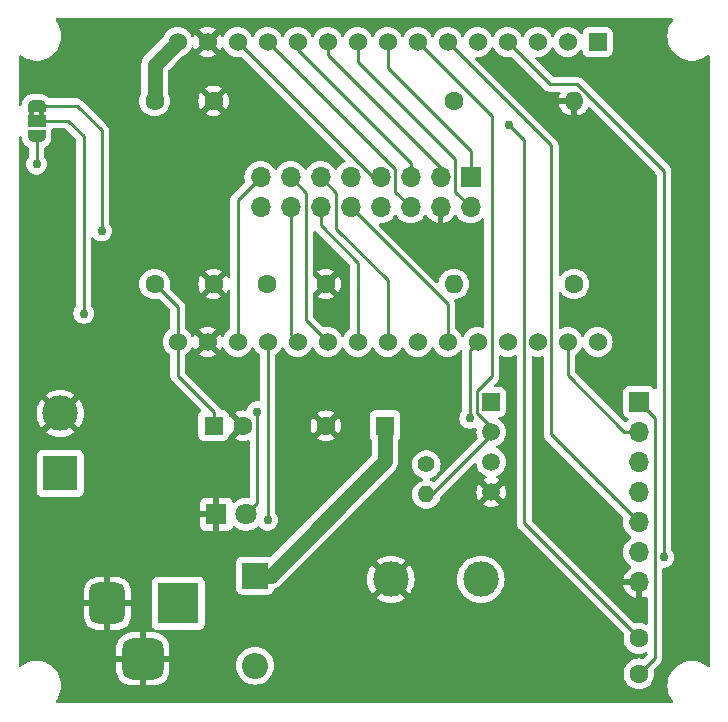
<source format=gbl>
%TF.GenerationSoftware,KiCad,Pcbnew,8.0.7-unknown-202501031821~9d36205ced~ubuntu20.04.1*%
%TF.CreationDate,2025-02-02T17:39:59-03:00*%
%TF.ProjectId,Wise-Shield-32,57697365-2d53-4686-9965-6c642d33322e,1*%
%TF.SameCoordinates,Original*%
%TF.FileFunction,Copper,L2,Bot*%
%TF.FilePolarity,Positive*%
%FSLAX46Y46*%
G04 Gerber Fmt 4.6, Leading zero omitted, Abs format (unit mm)*
G04 Created by KiCad (PCBNEW 8.0.7-unknown-202501031821~9d36205ced~ubuntu20.04.1) date 2025-02-02 17:39:59*
%MOMM*%
%LPD*%
G01*
G04 APERTURE LIST*
G04 Aperture macros list*
%AMRoundRect*
0 Rectangle with rounded corners*
0 $1 Rounding radius*
0 $2 $3 $4 $5 $6 $7 $8 $9 X,Y pos of 4 corners*
0 Add a 4 corners polygon primitive as box body*
4,1,4,$2,$3,$4,$5,$6,$7,$8,$9,$2,$3,0*
0 Add four circle primitives for the rounded corners*
1,1,$1+$1,$2,$3*
1,1,$1+$1,$4,$5*
1,1,$1+$1,$6,$7*
1,1,$1+$1,$8,$9*
0 Add four rect primitives between the rounded corners*
20,1,$1+$1,$2,$3,$4,$5,0*
20,1,$1+$1,$4,$5,$6,$7,0*
20,1,$1+$1,$6,$7,$8,$9,0*
20,1,$1+$1,$8,$9,$2,$3,0*%
%AMFreePoly0*
4,1,19,0.550000,-0.750000,0.000000,-0.750000,0.000000,-0.744911,-0.071157,-0.744911,-0.207708,-0.704816,-0.327430,-0.627875,-0.420627,-0.520320,-0.479746,-0.390866,-0.500000,-0.250000,-0.500000,0.250000,-0.479746,0.390866,-0.420627,0.520320,-0.327430,0.627875,-0.207708,0.704816,-0.071157,0.744911,0.000000,0.744911,0.000000,0.750000,0.550000,0.750000,0.550000,-0.750000,0.550000,-0.750000,
$1*%
%AMFreePoly1*
4,1,19,0.000000,0.744911,0.071157,0.744911,0.207708,0.704816,0.327430,0.627875,0.420627,0.520320,0.479746,0.390866,0.500000,0.250000,0.500000,-0.250000,0.479746,-0.390866,0.420627,-0.520320,0.327430,-0.627875,0.207708,-0.704816,0.071157,-0.744911,0.000000,-0.744911,0.000000,-0.750000,-0.550000,-0.750000,-0.550000,0.750000,0.000000,0.750000,0.000000,0.744911,0.000000,0.744911,
$1*%
G04 Aperture macros list end*
%TA.AperFunction,EtchedComponent*%
%ADD10C,0.000000*%
%TD*%
%TA.AperFunction,ComponentPad*%
%ADD11R,1.600000X1.600000*%
%TD*%
%TA.AperFunction,ComponentPad*%
%ADD12C,1.600000*%
%TD*%
%TA.AperFunction,ComponentPad*%
%ADD13R,3.000000X3.000000*%
%TD*%
%TA.AperFunction,ComponentPad*%
%ADD14C,3.000000*%
%TD*%
%TA.AperFunction,ComponentPad*%
%ADD15R,1.800000X1.800000*%
%TD*%
%TA.AperFunction,ComponentPad*%
%ADD16C,1.800000*%
%TD*%
%TA.AperFunction,ComponentPad*%
%ADD17R,1.524000X1.524000*%
%TD*%
%TA.AperFunction,ComponentPad*%
%ADD18C,1.524000*%
%TD*%
%TA.AperFunction,ComponentPad*%
%ADD19R,2.200000X2.200000*%
%TD*%
%TA.AperFunction,ComponentPad*%
%ADD20O,2.200000X2.200000*%
%TD*%
%TA.AperFunction,ComponentPad*%
%ADD21O,1.600000X1.600000*%
%TD*%
%TA.AperFunction,ComponentPad*%
%ADD22R,1.500000X1.500000*%
%TD*%
%TA.AperFunction,ComponentPad*%
%ADD23C,1.500000*%
%TD*%
%TA.AperFunction,ComponentPad*%
%ADD24R,1.700000X1.700000*%
%TD*%
%TA.AperFunction,ComponentPad*%
%ADD25O,1.700000X1.700000*%
%TD*%
%TA.AperFunction,ComponentPad*%
%ADD26R,3.500000X3.500000*%
%TD*%
%TA.AperFunction,ComponentPad*%
%ADD27RoundRect,0.750000X-0.750000X-1.000000X0.750000X-1.000000X0.750000X1.000000X-0.750000X1.000000X0*%
%TD*%
%TA.AperFunction,ComponentPad*%
%ADD28RoundRect,0.875000X-0.875000X-0.875000X0.875000X-0.875000X0.875000X0.875000X-0.875000X0.875000X0*%
%TD*%
%TA.AperFunction,ComponentPad*%
%ADD29C,1.400000*%
%TD*%
%TA.AperFunction,ComponentPad*%
%ADD30O,1.400000X1.400000*%
%TD*%
%TA.AperFunction,SMDPad,CuDef*%
%ADD31FreePoly0,270.000000*%
%TD*%
%TA.AperFunction,SMDPad,CuDef*%
%ADD32R,1.500000X1.000000*%
%TD*%
%TA.AperFunction,SMDPad,CuDef*%
%ADD33FreePoly1,270.000000*%
%TD*%
%TA.AperFunction,ViaPad*%
%ADD34C,0.762000*%
%TD*%
%TA.AperFunction,Conductor*%
%ADD35C,0.254000*%
%TD*%
%TA.AperFunction,Conductor*%
%ADD36C,1.270000*%
%TD*%
G04 APERTURE END LIST*
D10*
%TA.AperFunction,EtchedComponent*%
%TO.C,JP1*%
G36*
X99300000Y-69800000D02*
G01*
X98900000Y-69800000D01*
X98900000Y-69300000D01*
X99300000Y-69300000D01*
X99300000Y-69800000D01*
G37*
%TD.AperFunction*%
%TA.AperFunction,EtchedComponent*%
G36*
X100100000Y-69800000D02*
G01*
X99700000Y-69800000D01*
X99700000Y-69300000D01*
X100100000Y-69300000D01*
X100100000Y-69800000D01*
G37*
%TD.AperFunction*%
%TD*%
D11*
%TO.P,C3\u002A,1*%
%TO.N,+3.3V*%
X114500000Y-96000000D03*
D12*
%TO.P,C3\u002A,2*%
%TO.N,GNDREF*%
X117000000Y-96000000D03*
%TD*%
D13*
%TO.P,J6\u002A,1,Pin_1*%
%TO.N,+5VA*%
X101500000Y-100040000D03*
D14*
%TO.P,J6\u002A,2,Pin_2*%
%TO.N,GNDREF*%
X101500000Y-94960000D03*
%TD*%
D15*
%TO.P,D1\u002A,1,K*%
%TO.N,GNDREF*%
X114725000Y-103500000D03*
D16*
%TO.P,D1\u002A,2,A*%
%TO.N,Net-(D1-A)*%
X117265000Y-103500000D03*
%TD*%
D12*
%TO.P,C4,1*%
%TO.N,PWR_ON*%
X109500000Y-68500000D03*
%TO.P,C4,2*%
%TO.N,GNDREF*%
X114500000Y-68500000D03*
%TD*%
D14*
%TO.P,J5,1,Pin_1*%
%TO.N,+5VA*%
X137120000Y-109000000D03*
%TO.P,J5,2,Pin_2*%
%TO.N,GNDREF*%
X129500000Y-109000000D03*
%TD*%
D17*
%TO.P,U1,1,EN*%
%TO.N,unconnected-(U1-EN-Pad1)*%
X147000000Y-63500000D03*
D18*
%TO.P,U1,2,SENSOR_VP*%
%TO.N,unconnected-(U1-SENSOR_VP-Pad2)*%
X144460000Y-63500000D03*
%TO.P,U1,3,SENSOR_VN*%
%TO.N,unconnected-(U1-SENSOR_VN-Pad3)*%
X141920000Y-63500000D03*
%TO.P,U1,4,IO34*%
%TO.N,IO34*%
X139380000Y-63500000D03*
%TO.P,U1,5,IO35*%
%TO.N,IO35*%
X136840000Y-63500000D03*
%TO.P,U1,6,IO32*%
%TO.N,IO32*%
X134300000Y-63500000D03*
%TO.P,U1,7,IO33*%
%TO.N,IO33*%
X131760000Y-63500000D03*
%TO.P,U1,8,IO25*%
%TO.N,IO25*%
X129220000Y-63500000D03*
%TO.P,U1,9,IO26*%
%TO.N,IO26*%
X126680000Y-63500000D03*
%TO.P,U1,10,IO27*%
%TO.N,IO27*%
X124140000Y-63500000D03*
%TO.P,U1,11,IO14*%
%TO.N,IO14*%
X121600000Y-63500000D03*
%TO.P,U1,12,IO12*%
%TO.N,IO12*%
X119060000Y-63500000D03*
%TO.P,U1,13,IO13*%
%TO.N,IO13*%
X116520000Y-63500000D03*
%TO.P,U1,14,GND*%
%TO.N,GNDREF*%
X113980000Y-63500000D03*
%TO.P,U1,15,VIN*%
%TO.N,PWR_ON*%
X111440000Y-63500000D03*
%TO.P,U1,16,3V3*%
%TO.N,+3.3V*%
X111440000Y-88900000D03*
%TO.P,U1,17,GND*%
%TO.N,GNDREF*%
X113980000Y-88900000D03*
%TO.P,U1,18,IO15*%
%TO.N,IO15*%
X116520000Y-88900000D03*
%TO.P,U1,19,IO2*%
%TO.N,IO02*%
X119060000Y-88900000D03*
%TO.P,U1,20,IO4*%
%TO.N,IO04*%
X121600000Y-88900000D03*
%TO.P,U1,21,IO16*%
%TO.N,IO16*%
X124140000Y-88900000D03*
%TO.P,U1,22,IO17*%
%TO.N,IO17*%
X126680000Y-88900000D03*
%TO.P,U1,23,IO5*%
%TO.N,IO05*%
X129220000Y-88900000D03*
%TO.P,U1,24,IO18*%
%TO.N,IO18*%
X131760000Y-88900000D03*
%TO.P,U1,25,IO19*%
%TO.N,IO19*%
X134300000Y-88900000D03*
%TO.P,U1,26,IO21*%
%TO.N,SDA*%
X136840000Y-88900000D03*
%TO.P,U1,27,RXD0/IO3*%
%TO.N,unconnected-(U1-RXD0{slash}IO3-Pad27)*%
X139380000Y-88900000D03*
%TO.P,U1,28,TXD0/IO1*%
%TO.N,unconnected-(U1-TXD0{slash}IO1-Pad28)*%
X141920000Y-88900000D03*
%TO.P,U1,29,IO22*%
%TO.N,SCL*%
X144460000Y-88900000D03*
%TO.P,U1,30,IO23*%
%TO.N,IO23*%
X147000000Y-88900000D03*
%TD*%
D12*
%TO.P,R1\u002A,1*%
%TO.N,+3.3V*%
X150500000Y-117000000D03*
%TO.P,R1\u002A,2*%
%TO.N,IO35*%
X150500000Y-114000000D03*
%TD*%
%TO.P,C2,1*%
%TO.N,+3.3V*%
X109500000Y-84000000D03*
%TO.P,C2,2*%
%TO.N,GNDREF*%
X114500000Y-84000000D03*
%TD*%
D11*
%TO.P,C5,1*%
%TO.N,PWR_ON*%
X129000000Y-96000000D03*
D12*
%TO.P,C5,2*%
%TO.N,GNDREF*%
X124000000Y-96000000D03*
%TD*%
D19*
%TO.P,D2,1,K*%
%TO.N,PWR_ON*%
X118000000Y-108690000D03*
D20*
%TO.P,D2,2,A*%
%TO.N,+5VA*%
X118000000Y-116310000D03*
%TD*%
D12*
%TO.P,R2,1*%
%TO.N,IO35*%
X134840000Y-68500000D03*
D21*
%TO.P,R2,2*%
%TO.N,GNDREF*%
X145000000Y-68500000D03*
%TD*%
D22*
%TO.P,U2\u002A,1,VDD*%
%TO.N,+3.3V*%
X138000000Y-94000000D03*
D23*
%TO.P,U2\u002A,2,DATA*%
%TO.N,IO33*%
X138000000Y-96540000D03*
%TO.P,U2\u002A,3,NC*%
%TO.N,unconnected-(U2-NC-Pad3)*%
X138000000Y-99080000D03*
%TO.P,U2\u002A,4,GND*%
%TO.N,GNDREF*%
X138000000Y-101620000D03*
%TD*%
D24*
%TO.P,J4\u002A,1,Pin_1*%
%TO.N,+3.3V*%
X150500000Y-94000000D03*
D25*
%TO.P,J4\u002A,2,Pin_2*%
%TO.N,SCL*%
X150500000Y-96540000D03*
%TO.P,J4\u002A,3,Pin_3*%
%TO.N,SDA*%
X150500000Y-99080000D03*
%TO.P,J4\u002A,4,Pin_4*%
%TO.N,IO02*%
X150500000Y-101620000D03*
%TO.P,J4\u002A,5,Pin_5*%
%TO.N,IO32*%
X150500000Y-104160000D03*
%TO.P,J4\u002A,6,Pin_6*%
%TO.N,IO34*%
X150500000Y-106700000D03*
%TO.P,J4\u002A,7,Pin_7*%
%TO.N,GNDREF*%
X150500000Y-109240000D03*
%TD*%
D26*
%TO.P,J3,1*%
%TO.N,+5VA*%
X111500000Y-111042500D03*
D27*
%TO.P,J3,2*%
%TO.N,GNDREF*%
X105500000Y-111042500D03*
D28*
%TO.P,J3,3*%
X108500000Y-115742500D03*
%TD*%
D12*
%TO.P,R3,1*%
%TO.N,PWR_ON*%
X145000000Y-84000000D03*
D21*
%TO.P,R3,2*%
%TO.N,Net-(D1-A)*%
X134840000Y-84000000D03*
%TD*%
D12*
%TO.P,C1,1*%
%TO.N,+3.3V*%
X119000000Y-84000000D03*
%TO.P,C1,2*%
%TO.N,GNDREF*%
X124000000Y-84000000D03*
%TD*%
D29*
%TO.P,R4\u002A,1*%
%TO.N,+3.3V*%
X132500000Y-99280000D03*
D30*
%TO.P,R4\u002A,2*%
%TO.N,IO33*%
X132500000Y-101820000D03*
%TD*%
D25*
%TO.P,J1,A,Pin_9*%
%TO.N,IO23*%
X126080000Y-74960000D03*
%TO.P,J1,B,Pin_10*%
%TO.N,IO19*%
X126080000Y-77500000D03*
%TO.P,J1,B1,Pin_3*%
%TO.N,IO27*%
X133700000Y-74960000D03*
%TO.P,J1,B2,Pin_7*%
%TO.N,IO13*%
X128620000Y-74960000D03*
%TO.P,J1,C,Pin_11*%
%TO.N,IO05*%
X123540000Y-74960000D03*
%TO.P,J1,CLK,Pin_13*%
%TO.N,IO16*%
X121000000Y-74960000D03*
%TO.P,J1,D,Pin_12*%
%TO.N,IO17*%
X123540000Y-77500000D03*
%TO.P,J1,E,Pin_8*%
%TO.N,Net-(J1-Pin_8)*%
X128620000Y-77500000D03*
%TO.P,J1,G/E,Pin_16*%
%TO.N,Net-(J1-Pin_16)*%
X118460000Y-77500000D03*
%TO.P,J1,G1,Pin_2*%
%TO.N,IO26*%
X136240000Y-77500000D03*
%TO.P,J1,G2,Pin_6*%
%TO.N,IO12*%
X131160000Y-77500000D03*
%TO.P,J1,GND,Pin_4*%
%TO.N,GNDREF*%
X133700000Y-77500000D03*
%TO.P,J1,LAT,Pin_14*%
%TO.N,IO04*%
X121000000Y-77500000D03*
%TO.P,J1,OE,Pin_15*%
%TO.N,IO15*%
X118460000Y-74960000D03*
D24*
%TO.P,J1,R1,Pin_1*%
%TO.N,IO25*%
X136240000Y-74960000D03*
D25*
%TO.P,J1,R2,Pin_5*%
%TO.N,IO14*%
X131160000Y-74960000D03*
%TD*%
D31*
%TO.P,JP1,1,A*%
%TO.N,Net-(J1-Pin_8)*%
X99500000Y-68900000D03*
D32*
%TO.P,JP1,2,C*%
%TO.N,IO18*%
X99500000Y-70200000D03*
D33*
%TO.P,JP1,3,B*%
%TO.N,Net-(J1-Pin_16)*%
X99500000Y-71500000D03*
%TD*%
D34*
%TO.N,Net-(D1-A)*%
X118190800Y-94799500D03*
%TO.N,IO34*%
X152616000Y-107150000D03*
%TO.N,SDA*%
X136176800Y-95385300D03*
%TO.N,IO02*%
X119060000Y-104000000D03*
%TO.N,IO18*%
X103500000Y-86500000D03*
%TO.N,IO35*%
X139500000Y-70500000D03*
%TO.N,Net-(J1-Pin_8)*%
X105000000Y-79500000D03*
%TO.N,Net-(J1-Pin_16)*%
X99500000Y-73850000D03*
%TD*%
D35*
%TO.N,+3.3V*%
X150500000Y-94000000D02*
X151854000Y-95354000D01*
X109500000Y-84000000D02*
X111440000Y-85940000D01*
X111440000Y-88900000D02*
X111440000Y-91757300D01*
X114500000Y-96000000D02*
X114500000Y-94817300D01*
X151854000Y-115646000D02*
X150500000Y-117000000D01*
X151854000Y-95354000D02*
X151854000Y-115646000D01*
X111440000Y-91757300D02*
X114500000Y-94817300D01*
X111440000Y-85940000D02*
X111440000Y-88900000D01*
%TO.N,Net-(D1-A)*%
X117265000Y-103500000D02*
X118190800Y-102574200D01*
X118190800Y-102574200D02*
X118190800Y-94799500D01*
%TO.N,IO34*%
X142965900Y-67085900D02*
X145278400Y-67085900D01*
X152616000Y-74423500D02*
X152616000Y-107150000D01*
X139380000Y-63500000D02*
X142965900Y-67085900D01*
X145278400Y-67085900D02*
X152616000Y-74423500D01*
%TO.N,SCL*%
X149267300Y-96540000D02*
X144460000Y-91732700D01*
X150500000Y-96540000D02*
X149267300Y-96540000D01*
X144460000Y-91732700D02*
X144460000Y-88900000D01*
%TO.N,SDA*%
X136840000Y-88900000D02*
X136176800Y-89563200D01*
X136176800Y-89563200D02*
X136176800Y-95385300D01*
%TO.N,IO32*%
X143063000Y-72263000D02*
X143063000Y-96723000D01*
X143063000Y-96723000D02*
X150500000Y-104160000D01*
X134300000Y-63500000D02*
X143063000Y-72263000D01*
%TO.N,IO02*%
X119060000Y-88900000D02*
X119060000Y-104000000D01*
%TO.N,IO18*%
X103500000Y-71500000D02*
X103500000Y-86500000D01*
X99500000Y-70200000D02*
X102200000Y-70200000D01*
X102200000Y-70200000D02*
X103500000Y-71500000D01*
%TO.N,IO35*%
X140777000Y-104277000D02*
X140777000Y-71777000D01*
X150500000Y-114000000D02*
X140777000Y-104277000D01*
X140777000Y-71777000D02*
X139500000Y-70500000D01*
%TO.N,IO13*%
X127980000Y-74960000D02*
X128620000Y-74960000D01*
X116520000Y-63500000D02*
X127980000Y-74960000D01*
%TO.N,IO12*%
X131160000Y-77500000D02*
X129851000Y-76191000D01*
X129851000Y-74291000D02*
X119060000Y-63500000D01*
X129851000Y-76191000D02*
X129851000Y-74291000D01*
%TO.N,IO05*%
X123540000Y-74960000D02*
X124849000Y-76269000D01*
X129220000Y-83694280D02*
X129220000Y-88900000D01*
X124849000Y-76269000D02*
X124849000Y-79323280D01*
X124849000Y-79323280D02*
X129220000Y-83694280D01*
%TO.N,IO26*%
X136240000Y-77500000D02*
X134931000Y-76191000D01*
X134931000Y-73431000D02*
X126680000Y-65180000D01*
X134931000Y-76191000D02*
X134931000Y-73431000D01*
X126680000Y-65180000D02*
X126680000Y-63500000D01*
%TO.N,IO16*%
X122309000Y-87069000D02*
X124140000Y-88900000D01*
X122309000Y-76269000D02*
X122309000Y-87069000D01*
X121000000Y-74960000D02*
X122309000Y-76269000D01*
%TO.N,IO15*%
X116520000Y-76900000D02*
X116520000Y-88900000D01*
X118460000Y-74960000D02*
X116520000Y-76900000D01*
%TO.N,IO25*%
X136240000Y-72740000D02*
X136240000Y-74960000D01*
X129220000Y-63500000D02*
X129220000Y-65720000D01*
X129220000Y-65720000D02*
X136240000Y-72740000D01*
%TO.N,IO14*%
X121600000Y-64167300D02*
X131160000Y-73727300D01*
X131160000Y-74960000D02*
X131160000Y-73727300D01*
X121600000Y-63500000D02*
X121600000Y-64167300D01*
%TO.N,IO27*%
X124140000Y-64640000D02*
X133700000Y-74200000D01*
X133700000Y-74200000D02*
X133700000Y-74960000D01*
X124140000Y-63500000D02*
X124140000Y-64640000D01*
%TO.N,IO04*%
X121000000Y-88300000D02*
X121600000Y-88900000D01*
X121000000Y-77500000D02*
X121000000Y-88300000D01*
%TO.N,IO33*%
X138000000Y-96540000D02*
X138000000Y-96128400D01*
X138038700Y-91830500D02*
X138038700Y-85500000D01*
X136832200Y-93037000D02*
X138038700Y-91830500D01*
X138038700Y-69778700D02*
X131760000Y-63500000D01*
X136832200Y-94960600D02*
X136832200Y-93037000D01*
X138000000Y-96820000D02*
X138000000Y-96540000D01*
X138000000Y-96128400D02*
X136832200Y-94960600D01*
X138038700Y-85500000D02*
X138038700Y-69778700D01*
X132500000Y-102320000D02*
X138000000Y-96820000D01*
%TO.N,IO19*%
X126080000Y-77500000D02*
X134300000Y-85720000D01*
X134300000Y-85720000D02*
X134300000Y-88900000D01*
%TO.N,IO17*%
X123540000Y-79040000D02*
X126680000Y-82180000D01*
X126680000Y-82180000D02*
X126680000Y-88900000D01*
X123540000Y-77500000D02*
X123540000Y-79040000D01*
D36*
%TO.N,PWR_ON*%
X118000000Y-108690000D02*
X119310000Y-108690000D01*
X111440000Y-63500000D02*
X109500000Y-65440000D01*
X109500000Y-65440000D02*
X109500000Y-68500000D01*
X129000000Y-99000000D02*
X129000000Y-96000000D01*
X119310000Y-108690000D02*
X129000000Y-99000000D01*
D35*
%TO.N,Net-(J1-Pin_8)*%
X102900000Y-68900000D02*
X105000000Y-71000000D01*
X99500000Y-68900000D02*
X102900000Y-68900000D01*
X105000000Y-71000000D02*
X105000000Y-79500000D01*
%TO.N,Net-(J1-Pin_16)*%
X99500000Y-71500000D02*
X99500000Y-73850000D01*
%TD*%
%TA.AperFunction,Conductor*%
%TO.N,GNDREF*%
G36*
X141560575Y-90110729D02*
G01*
X141699932Y-90148070D01*
X141857123Y-90161822D01*
X141919998Y-90167323D01*
X141920000Y-90167323D01*
X141920002Y-90167323D01*
X141975017Y-90162509D01*
X142140068Y-90148070D01*
X142279410Y-90110733D01*
X142349255Y-90112396D01*
X142407118Y-90151558D01*
X142434623Y-90215786D01*
X142435500Y-90230508D01*
X142435500Y-96784807D01*
X142459612Y-96906027D01*
X142459614Y-96906035D01*
X142485832Y-96969330D01*
X142506917Y-97020234D01*
X142557596Y-97096081D01*
X142557597Y-97096081D01*
X142557598Y-97096083D01*
X142575589Y-97123008D01*
X142575592Y-97123011D01*
X142575594Y-97123014D01*
X149159164Y-103706583D01*
X149192649Y-103767906D01*
X149191258Y-103826356D01*
X149164939Y-103924583D01*
X149164936Y-103924596D01*
X149144341Y-104159999D01*
X149144341Y-104160000D01*
X149164936Y-104395403D01*
X149164938Y-104395413D01*
X149226094Y-104623655D01*
X149226096Y-104623659D01*
X149226097Y-104623663D01*
X149302232Y-104786935D01*
X149325965Y-104837830D01*
X149325967Y-104837834D01*
X149461501Y-105031395D01*
X149461506Y-105031402D01*
X149628597Y-105198493D01*
X149628603Y-105198498D01*
X149814158Y-105328425D01*
X149857783Y-105383002D01*
X149864977Y-105452500D01*
X149833454Y-105514855D01*
X149814158Y-105531575D01*
X149628597Y-105661505D01*
X149461505Y-105828597D01*
X149325965Y-106022169D01*
X149325964Y-106022171D01*
X149226098Y-106236335D01*
X149226094Y-106236344D01*
X149164938Y-106464586D01*
X149164936Y-106464596D01*
X149144341Y-106699999D01*
X149144341Y-106700000D01*
X149164936Y-106935403D01*
X149164938Y-106935413D01*
X149226094Y-107163655D01*
X149226096Y-107163659D01*
X149226097Y-107163663D01*
X149295627Y-107312770D01*
X149325965Y-107377830D01*
X149325967Y-107377834D01*
X149461501Y-107571395D01*
X149461506Y-107571402D01*
X149628597Y-107738493D01*
X149628603Y-107738498D01*
X149814594Y-107868730D01*
X149858219Y-107923307D01*
X149865413Y-107992805D01*
X149833890Y-108055160D01*
X149814595Y-108071880D01*
X149628922Y-108201890D01*
X149628920Y-108201891D01*
X149461891Y-108368920D01*
X149461886Y-108368926D01*
X149326400Y-108562420D01*
X149326399Y-108562422D01*
X149226570Y-108776507D01*
X149226567Y-108776513D01*
X149169364Y-108989999D01*
X149169364Y-108990000D01*
X150066988Y-108990000D01*
X150034075Y-109047007D01*
X150000000Y-109174174D01*
X150000000Y-109305826D01*
X150034075Y-109432993D01*
X150066988Y-109490000D01*
X149169364Y-109490000D01*
X149226567Y-109703486D01*
X149226570Y-109703492D01*
X149326399Y-109917578D01*
X149461894Y-110111082D01*
X149628917Y-110278105D01*
X149822421Y-110413600D01*
X150036507Y-110513429D01*
X150036516Y-110513433D01*
X150250000Y-110570634D01*
X150250000Y-109673012D01*
X150307007Y-109705925D01*
X150434174Y-109740000D01*
X150565826Y-109740000D01*
X150692993Y-109705925D01*
X150750000Y-109673012D01*
X150750000Y-110570633D01*
X150963483Y-110513433D01*
X150963492Y-110513430D01*
X151050095Y-110473046D01*
X151119172Y-110462554D01*
X151182956Y-110491073D01*
X151221196Y-110549550D01*
X151226500Y-110585428D01*
X151226500Y-112709188D01*
X151206815Y-112776227D01*
X151154011Y-112821982D01*
X151084853Y-112831926D01*
X151050095Y-112821570D01*
X151010573Y-112803141D01*
X150946496Y-112773261D01*
X150946492Y-112773260D01*
X150946488Y-112773258D01*
X150726697Y-112714366D01*
X150726693Y-112714365D01*
X150726692Y-112714365D01*
X150726691Y-112714364D01*
X150726686Y-112714364D01*
X150500002Y-112694532D01*
X150499998Y-112694532D01*
X150273313Y-112714364D01*
X150273302Y-112714366D01*
X150207182Y-112732083D01*
X150137332Y-112730420D01*
X150087408Y-112699989D01*
X141440819Y-104053400D01*
X141407334Y-103992077D01*
X141404500Y-103965719D01*
X141404500Y-90230508D01*
X141424185Y-90163469D01*
X141476989Y-90117714D01*
X141546147Y-90107770D01*
X141560575Y-90110729D01*
G37*
%TD.AperFunction*%
%TA.AperFunction,Conductor*%
G36*
X113599000Y-88950160D02*
G01*
X113624964Y-89047061D01*
X113675124Y-89133940D01*
X113746060Y-89204876D01*
X113832939Y-89255036D01*
X113929840Y-89281000D01*
X113952553Y-89281000D01*
X113281810Y-89951740D01*
X113346590Y-89997099D01*
X113346592Y-89997100D01*
X113546715Y-90090419D01*
X113546729Y-90090424D01*
X113760013Y-90147573D01*
X113760023Y-90147575D01*
X113979999Y-90166821D01*
X113980001Y-90166821D01*
X114199976Y-90147575D01*
X114199986Y-90147573D01*
X114413270Y-90090424D01*
X114413284Y-90090419D01*
X114613407Y-89997100D01*
X114613417Y-89997094D01*
X114678188Y-89951741D01*
X114007448Y-89281000D01*
X114030160Y-89281000D01*
X114127061Y-89255036D01*
X114213940Y-89204876D01*
X114284876Y-89133940D01*
X114335036Y-89047061D01*
X114361000Y-88950160D01*
X114361000Y-88927447D01*
X115031741Y-89598188D01*
X115077094Y-89533417D01*
X115077095Y-89533416D01*
X115137340Y-89404219D01*
X115183512Y-89351780D01*
X115250706Y-89332627D01*
X115317587Y-89352842D01*
X115362105Y-89404218D01*
X115422466Y-89533662D01*
X115422468Y-89533666D01*
X115549170Y-89714615D01*
X115549175Y-89714621D01*
X115705378Y-89870824D01*
X115705384Y-89870829D01*
X115886333Y-89997531D01*
X115886335Y-89997532D01*
X115886338Y-89997534D01*
X116086550Y-90090894D01*
X116299932Y-90148070D01*
X116457123Y-90161822D01*
X116519998Y-90167323D01*
X116520000Y-90167323D01*
X116520002Y-90167323D01*
X116575017Y-90162509D01*
X116740068Y-90148070D01*
X116953450Y-90090894D01*
X117153662Y-89997534D01*
X117334620Y-89870826D01*
X117490826Y-89714620D01*
X117617534Y-89533662D01*
X117677618Y-89404811D01*
X117723790Y-89352371D01*
X117790983Y-89333219D01*
X117857865Y-89353435D01*
X117902382Y-89404811D01*
X117962464Y-89533658D01*
X117962468Y-89533666D01*
X118089170Y-89714615D01*
X118089174Y-89714620D01*
X118245380Y-89870826D01*
X118379624Y-89964824D01*
X118423248Y-90019399D01*
X118432500Y-90066398D01*
X118432500Y-93796555D01*
X118412815Y-93863594D01*
X118360011Y-93909349D01*
X118290853Y-93919293D01*
X118283783Y-93918035D01*
X118283449Y-93918000D01*
X118098151Y-93918000D01*
X117916903Y-93956524D01*
X117916895Y-93956526D01*
X117747622Y-94031892D01*
X117597709Y-94140811D01*
X117597706Y-94140813D01*
X117473722Y-94278514D01*
X117381074Y-94438985D01*
X117321805Y-94621396D01*
X117320359Y-94620926D01*
X117290858Y-94675566D01*
X117229693Y-94709340D01*
X117191957Y-94711827D01*
X117000002Y-94695034D01*
X116999998Y-94695034D01*
X116773400Y-94714858D01*
X116773389Y-94714860D01*
X116553682Y-94773730D01*
X116553673Y-94773734D01*
X116347516Y-94869866D01*
X116347512Y-94869868D01*
X116274526Y-94920973D01*
X116274526Y-94920974D01*
X116953553Y-95600000D01*
X116947339Y-95600000D01*
X116845606Y-95627259D01*
X116754394Y-95679920D01*
X116679920Y-95754394D01*
X116627259Y-95845606D01*
X116600000Y-95947339D01*
X116600000Y-95953552D01*
X115915799Y-95269351D01*
X115866805Y-95259505D01*
X115816622Y-95210889D01*
X115801981Y-95155366D01*
X115800900Y-95155423D01*
X115800854Y-95155429D01*
X115800853Y-95155426D01*
X115800676Y-95155436D01*
X115800499Y-95152135D01*
X115800499Y-95152128D01*
X115794091Y-95092517D01*
X115768829Y-95024787D01*
X115743797Y-94957671D01*
X115743793Y-94957664D01*
X115657547Y-94842455D01*
X115657544Y-94842452D01*
X115542335Y-94756206D01*
X115542328Y-94756202D01*
X115407482Y-94705908D01*
X115407483Y-94705908D01*
X115347883Y-94699501D01*
X115347881Y-94699500D01*
X115347873Y-94699500D01*
X115347865Y-94699500D01*
X115213261Y-94699500D01*
X115146222Y-94679815D01*
X115100467Y-94627011D01*
X115098700Y-94622954D01*
X115089194Y-94600005D01*
X115058407Y-94525679D01*
X115056763Y-94521084D01*
X114987414Y-94417296D01*
X114987413Y-94417294D01*
X114965223Y-94395104D01*
X114900008Y-94329889D01*
X112103819Y-91533700D01*
X112070334Y-91472377D01*
X112067500Y-91446019D01*
X112067500Y-90066398D01*
X112087185Y-89999359D01*
X112120374Y-89964825D01*
X112254620Y-89870826D01*
X112410826Y-89714620D01*
X112537534Y-89533662D01*
X112597894Y-89404218D01*
X112644066Y-89351779D01*
X112711259Y-89332627D01*
X112778141Y-89352843D01*
X112822658Y-89404219D01*
X112882898Y-89533405D01*
X112882901Y-89533411D01*
X112928258Y-89598187D01*
X112928258Y-89598188D01*
X113599000Y-88927446D01*
X113599000Y-88950160D01*
G37*
%TD.AperFunction*%
%TA.AperFunction,Conductor*%
G36*
X138177865Y-63953435D02*
G01*
X138222382Y-64004811D01*
X138282464Y-64133658D01*
X138282468Y-64133666D01*
X138409170Y-64314615D01*
X138409175Y-64314621D01*
X138565378Y-64470824D01*
X138565384Y-64470829D01*
X138746333Y-64597531D01*
X138746335Y-64597532D01*
X138746338Y-64597534D01*
X138946550Y-64690894D01*
X139159932Y-64748070D01*
X139317123Y-64761822D01*
X139379998Y-64767323D01*
X139380000Y-64767323D01*
X139380002Y-64767323D01*
X139435151Y-64762498D01*
X139600068Y-64748070D01*
X139641791Y-64736890D01*
X139711640Y-64738553D01*
X139761565Y-64768984D01*
X142565888Y-67573308D01*
X142565892Y-67573311D01*
X142668660Y-67641979D01*
X142668673Y-67641986D01*
X142782860Y-67689283D01*
X142782865Y-67689285D01*
X142782869Y-67689285D01*
X142782870Y-67689286D01*
X142904093Y-67713400D01*
X142904096Y-67713400D01*
X142904097Y-67713400D01*
X143737765Y-67713400D01*
X143804804Y-67733085D01*
X143850559Y-67785889D01*
X143860503Y-67855047D01*
X143850147Y-67889805D01*
X143773734Y-68053673D01*
X143773730Y-68053682D01*
X143721127Y-68249999D01*
X143721128Y-68250000D01*
X144684314Y-68250000D01*
X144679920Y-68254394D01*
X144627259Y-68345606D01*
X144600000Y-68447339D01*
X144600000Y-68552661D01*
X144627259Y-68654394D01*
X144679920Y-68745606D01*
X144684314Y-68750000D01*
X143721128Y-68750000D01*
X143773730Y-68946317D01*
X143773734Y-68946326D01*
X143869865Y-69152482D01*
X144000342Y-69338820D01*
X144161179Y-69499657D01*
X144347517Y-69630134D01*
X144553673Y-69726265D01*
X144553682Y-69726269D01*
X144749999Y-69778872D01*
X144750000Y-69778871D01*
X144750000Y-68815686D01*
X144754394Y-68820080D01*
X144845606Y-68872741D01*
X144947339Y-68900000D01*
X145052661Y-68900000D01*
X145154394Y-68872741D01*
X145245606Y-68820080D01*
X145250000Y-68815686D01*
X145250000Y-69778872D01*
X145446317Y-69726269D01*
X145446326Y-69726265D01*
X145652482Y-69630134D01*
X145838820Y-69499657D01*
X145999657Y-69338820D01*
X146130134Y-69152481D01*
X146130135Y-69152479D01*
X146159420Y-69089679D01*
X146205592Y-69037239D01*
X146272785Y-69018087D01*
X146339667Y-69038303D01*
X146359483Y-69054402D01*
X151952181Y-74647100D01*
X151985666Y-74708423D01*
X151988500Y-74734781D01*
X151988500Y-92795203D01*
X151968815Y-92862242D01*
X151916011Y-92907997D01*
X151846853Y-92917941D01*
X151783297Y-92888916D01*
X151765234Y-92869514D01*
X151707547Y-92792455D01*
X151707544Y-92792452D01*
X151592335Y-92706206D01*
X151592328Y-92706202D01*
X151457482Y-92655908D01*
X151457483Y-92655908D01*
X151397883Y-92649501D01*
X151397881Y-92649500D01*
X151397873Y-92649500D01*
X151397864Y-92649500D01*
X149602129Y-92649500D01*
X149602123Y-92649501D01*
X149542516Y-92655908D01*
X149407671Y-92706202D01*
X149407664Y-92706206D01*
X149292455Y-92792452D01*
X149292452Y-92792455D01*
X149206206Y-92907664D01*
X149206202Y-92907671D01*
X149155908Y-93042517D01*
X149149501Y-93102116D01*
X149149500Y-93102135D01*
X149149500Y-94897870D01*
X149149501Y-94897876D01*
X149155908Y-94957483D01*
X149206202Y-95092328D01*
X149206206Y-95092335D01*
X149292452Y-95207544D01*
X149292455Y-95207547D01*
X149407664Y-95293793D01*
X149407671Y-95293797D01*
X149539082Y-95342810D01*
X149595016Y-95384681D01*
X149619433Y-95450145D01*
X149604582Y-95518418D01*
X149583430Y-95546673D01*
X149460092Y-95670011D01*
X149398769Y-95703496D01*
X149329077Y-95698512D01*
X149284730Y-95670011D01*
X145123819Y-91509100D01*
X145090334Y-91447777D01*
X145087500Y-91421419D01*
X145087500Y-90066398D01*
X145107185Y-89999359D01*
X145140374Y-89964825D01*
X145274620Y-89870826D01*
X145430826Y-89714620D01*
X145557534Y-89533662D01*
X145617618Y-89404811D01*
X145663790Y-89352371D01*
X145730983Y-89333219D01*
X145797865Y-89353435D01*
X145842382Y-89404811D01*
X145902464Y-89533658D01*
X145902468Y-89533666D01*
X146029170Y-89714615D01*
X146029175Y-89714621D01*
X146185378Y-89870824D01*
X146185384Y-89870829D01*
X146366333Y-89997531D01*
X146366335Y-89997532D01*
X146366338Y-89997534D01*
X146566550Y-90090894D01*
X146779932Y-90148070D01*
X146937123Y-90161822D01*
X146999998Y-90167323D01*
X147000000Y-90167323D01*
X147000002Y-90167323D01*
X147055017Y-90162509D01*
X147220068Y-90148070D01*
X147433450Y-90090894D01*
X147633662Y-89997534D01*
X147814620Y-89870826D01*
X147970826Y-89714620D01*
X148097534Y-89533662D01*
X148190894Y-89333450D01*
X148248070Y-89120068D01*
X148267323Y-88900000D01*
X148248070Y-88679932D01*
X148190894Y-88466550D01*
X148097534Y-88266339D01*
X147970826Y-88085380D01*
X147814620Y-87929174D01*
X147814616Y-87929171D01*
X147814615Y-87929170D01*
X147633666Y-87802468D01*
X147633662Y-87802466D01*
X147627499Y-87799592D01*
X147433450Y-87709106D01*
X147433447Y-87709105D01*
X147433445Y-87709104D01*
X147220070Y-87651930D01*
X147220062Y-87651929D01*
X147000002Y-87632677D01*
X146999998Y-87632677D01*
X146779937Y-87651929D01*
X146779929Y-87651930D01*
X146566554Y-87709104D01*
X146566548Y-87709107D01*
X146366340Y-87802465D01*
X146366338Y-87802466D01*
X146185377Y-87929175D01*
X146029175Y-88085377D01*
X145902466Y-88266338D01*
X145902465Y-88266340D01*
X145842382Y-88395189D01*
X145796209Y-88447628D01*
X145729016Y-88466780D01*
X145662135Y-88446564D01*
X145617618Y-88395189D01*
X145569900Y-88292859D01*
X145557534Y-88266339D01*
X145430826Y-88085380D01*
X145274620Y-87929174D01*
X145274616Y-87929171D01*
X145274615Y-87929170D01*
X145093666Y-87802468D01*
X145093662Y-87802466D01*
X145087499Y-87799592D01*
X144893450Y-87709106D01*
X144893447Y-87709105D01*
X144893445Y-87709104D01*
X144680070Y-87651930D01*
X144680062Y-87651929D01*
X144460002Y-87632677D01*
X144459998Y-87632677D01*
X144239937Y-87651929D01*
X144239929Y-87651930D01*
X144026554Y-87709104D01*
X144026550Y-87709106D01*
X143866904Y-87783550D01*
X143797827Y-87794042D01*
X143734043Y-87765522D01*
X143695804Y-87707046D01*
X143690500Y-87671168D01*
X143690500Y-84790470D01*
X143710185Y-84723431D01*
X143762989Y-84677676D01*
X143832147Y-84667732D01*
X143895703Y-84696757D01*
X143916072Y-84719344D01*
X143945456Y-84761308D01*
X143999954Y-84839141D01*
X144160858Y-85000045D01*
X144160861Y-85000047D01*
X144347266Y-85130568D01*
X144553504Y-85226739D01*
X144773308Y-85285635D01*
X144926448Y-85299033D01*
X144999998Y-85305468D01*
X145000000Y-85305468D01*
X145000002Y-85305468D01*
X145073552Y-85299033D01*
X145226692Y-85285635D01*
X145446496Y-85226739D01*
X145652734Y-85130568D01*
X145839139Y-85000047D01*
X146000047Y-84839139D01*
X146130568Y-84652734D01*
X146226739Y-84446496D01*
X146285635Y-84226692D01*
X146302634Y-84032384D01*
X146305468Y-84000001D01*
X146305468Y-83999998D01*
X146296969Y-83902855D01*
X146285635Y-83773308D01*
X146226739Y-83553504D01*
X146130568Y-83347266D01*
X146000047Y-83160861D01*
X146000045Y-83160858D01*
X145839141Y-82999954D01*
X145652734Y-82869432D01*
X145652732Y-82869431D01*
X145446497Y-82773261D01*
X145446488Y-82773258D01*
X145226697Y-82714366D01*
X145226693Y-82714365D01*
X145226692Y-82714365D01*
X145226691Y-82714364D01*
X145226686Y-82714364D01*
X145000002Y-82694532D01*
X144999998Y-82694532D01*
X144773313Y-82714364D01*
X144773302Y-82714366D01*
X144553511Y-82773258D01*
X144553502Y-82773261D01*
X144347267Y-82869431D01*
X144347265Y-82869432D01*
X144160858Y-82999954D01*
X143999954Y-83160858D01*
X143916075Y-83280652D01*
X143861499Y-83324277D01*
X143792000Y-83331471D01*
X143729645Y-83299948D01*
X143694231Y-83239719D01*
X143690500Y-83209529D01*
X143690500Y-72201196D01*
X143685689Y-72177013D01*
X143685688Y-72177012D01*
X143685688Y-72177008D01*
X143666385Y-72079965D01*
X143619083Y-71965767D01*
X143550411Y-71862991D01*
X143550406Y-71862985D01*
X136658706Y-64971287D01*
X136625221Y-64909964D01*
X136630205Y-64840272D01*
X136672077Y-64784339D01*
X136737541Y-64759922D01*
X136757186Y-64760077D01*
X136830466Y-64766488D01*
X136839999Y-64767323D01*
X136840000Y-64767323D01*
X136840002Y-64767323D01*
X136895151Y-64762498D01*
X137060068Y-64748070D01*
X137273450Y-64690894D01*
X137473662Y-64597534D01*
X137654620Y-64470826D01*
X137810826Y-64314620D01*
X137937534Y-64133662D01*
X137997618Y-64004811D01*
X138043790Y-63952371D01*
X138110983Y-63933219D01*
X138177865Y-63953435D01*
G37*
%TD.AperFunction*%
%TA.AperFunction,Conductor*%
G36*
X123141703Y-79529568D02*
G01*
X123148181Y-79535600D01*
X126016181Y-82403600D01*
X126049666Y-82464923D01*
X126052500Y-82491281D01*
X126052500Y-87733601D01*
X126032815Y-87800640D01*
X125999623Y-87835176D01*
X125865378Y-87929174D01*
X125709175Y-88085377D01*
X125582466Y-88266338D01*
X125582465Y-88266340D01*
X125522382Y-88395189D01*
X125476209Y-88447628D01*
X125409016Y-88466780D01*
X125342135Y-88446564D01*
X125297618Y-88395189D01*
X125249900Y-88292859D01*
X125237534Y-88266339D01*
X125110826Y-88085380D01*
X124954620Y-87929174D01*
X124954616Y-87929171D01*
X124954615Y-87929170D01*
X124773666Y-87802468D01*
X124773662Y-87802466D01*
X124767499Y-87799592D01*
X124573450Y-87709106D01*
X124573447Y-87709105D01*
X124573445Y-87709104D01*
X124360070Y-87651930D01*
X124360062Y-87651929D01*
X124140002Y-87632677D01*
X124139998Y-87632677D01*
X123919938Y-87651929D01*
X123919933Y-87651929D01*
X123919932Y-87651930D01*
X123919929Y-87651930D01*
X123919928Y-87651931D01*
X123878205Y-87663110D01*
X123808356Y-87661445D01*
X123758434Y-87631015D01*
X122972819Y-86845400D01*
X122939334Y-86784077D01*
X122936500Y-86757719D01*
X122936500Y-84761308D01*
X122956185Y-84694269D01*
X122972819Y-84673627D01*
X123600000Y-84046446D01*
X123600000Y-84052661D01*
X123627259Y-84154394D01*
X123679920Y-84245606D01*
X123754394Y-84320080D01*
X123845606Y-84372741D01*
X123947339Y-84400000D01*
X123953553Y-84400000D01*
X123274526Y-85079025D01*
X123347513Y-85130132D01*
X123347521Y-85130136D01*
X123553668Y-85226264D01*
X123553682Y-85226269D01*
X123773389Y-85285139D01*
X123773400Y-85285141D01*
X123999998Y-85304966D01*
X124000002Y-85304966D01*
X124226599Y-85285141D01*
X124226610Y-85285139D01*
X124446317Y-85226269D01*
X124446331Y-85226264D01*
X124652478Y-85130136D01*
X124725471Y-85079024D01*
X124046447Y-84400000D01*
X124052661Y-84400000D01*
X124154394Y-84372741D01*
X124245606Y-84320080D01*
X124320080Y-84245606D01*
X124372741Y-84154394D01*
X124400000Y-84052661D01*
X124400000Y-84046447D01*
X125079024Y-84725471D01*
X125130136Y-84652478D01*
X125226264Y-84446331D01*
X125226269Y-84446317D01*
X125285139Y-84226610D01*
X125285141Y-84226599D01*
X125304966Y-84000002D01*
X125304966Y-83999997D01*
X125285141Y-83773400D01*
X125285139Y-83773389D01*
X125226269Y-83553682D01*
X125226264Y-83553668D01*
X125130136Y-83347521D01*
X125130132Y-83347513D01*
X125079025Y-83274526D01*
X124400000Y-83953551D01*
X124400000Y-83947339D01*
X124372741Y-83845606D01*
X124320080Y-83754394D01*
X124245606Y-83679920D01*
X124154394Y-83627259D01*
X124052661Y-83600000D01*
X124046445Y-83600000D01*
X124725472Y-82920974D01*
X124652478Y-82869863D01*
X124446331Y-82773735D01*
X124446317Y-82773730D01*
X124226610Y-82714860D01*
X124226599Y-82714858D01*
X124000002Y-82695034D01*
X123999998Y-82695034D01*
X123773400Y-82714858D01*
X123773389Y-82714860D01*
X123553682Y-82773730D01*
X123553673Y-82773734D01*
X123347516Y-82869866D01*
X123347512Y-82869868D01*
X123274526Y-82920973D01*
X123274526Y-82920974D01*
X123953553Y-83600000D01*
X123947339Y-83600000D01*
X123845606Y-83627259D01*
X123754394Y-83679920D01*
X123679920Y-83754394D01*
X123627259Y-83845606D01*
X123600000Y-83947339D01*
X123600000Y-83953553D01*
X122972819Y-83326372D01*
X122939334Y-83265049D01*
X122936500Y-83238691D01*
X122936500Y-79623281D01*
X122956185Y-79556242D01*
X123008989Y-79510487D01*
X123078147Y-79500543D01*
X123141703Y-79529568D01*
G37*
%TD.AperFunction*%
%TA.AperFunction,Conductor*%
G36*
X133950000Y-78830633D02*
G01*
X134163483Y-78773433D01*
X134163492Y-78773429D01*
X134377578Y-78673600D01*
X134571082Y-78538105D01*
X134738105Y-78371082D01*
X134868119Y-78185405D01*
X134922696Y-78141781D01*
X134992195Y-78134588D01*
X135054549Y-78166110D01*
X135071269Y-78185405D01*
X135201505Y-78371401D01*
X135368599Y-78538495D01*
X135465384Y-78606265D01*
X135562165Y-78674032D01*
X135562167Y-78674033D01*
X135562170Y-78674035D01*
X135776337Y-78773903D01*
X135776343Y-78773904D01*
X135776344Y-78773905D01*
X135792594Y-78778259D01*
X136004592Y-78835063D01*
X136192918Y-78851539D01*
X136239999Y-78855659D01*
X136240000Y-78855659D01*
X136240001Y-78855659D01*
X136279234Y-78852226D01*
X136475408Y-78835063D01*
X136703663Y-78773903D01*
X136917830Y-78674035D01*
X137111401Y-78538495D01*
X137199519Y-78450377D01*
X137260842Y-78416892D01*
X137330534Y-78421876D01*
X137386467Y-78463748D01*
X137410884Y-78529212D01*
X137411200Y-78538058D01*
X137411200Y-87584415D01*
X137391515Y-87651454D01*
X137338711Y-87697209D01*
X137269553Y-87707153D01*
X137255107Y-87704190D01*
X137060073Y-87651931D01*
X137060069Y-87651930D01*
X137060068Y-87651930D01*
X137060067Y-87651929D01*
X137060062Y-87651929D01*
X136840002Y-87632677D01*
X136839998Y-87632677D01*
X136619937Y-87651929D01*
X136619929Y-87651930D01*
X136406554Y-87709104D01*
X136406548Y-87709107D01*
X136206340Y-87802465D01*
X136206338Y-87802466D01*
X136025377Y-87929175D01*
X135869175Y-88085377D01*
X135742466Y-88266338D01*
X135742465Y-88266340D01*
X135682382Y-88395189D01*
X135636209Y-88447628D01*
X135569016Y-88466780D01*
X135502135Y-88446564D01*
X135457618Y-88395189D01*
X135409900Y-88292859D01*
X135397534Y-88266339D01*
X135270826Y-88085380D01*
X135114620Y-87929174D01*
X134980377Y-87835176D01*
X134980376Y-87835175D01*
X134936751Y-87780598D01*
X134927500Y-87733600D01*
X134927500Y-85658194D01*
X134903386Y-85536970D01*
X134903385Y-85536969D01*
X134903385Y-85536965D01*
X134903383Y-85536960D01*
X134873350Y-85464452D01*
X134865881Y-85394983D01*
X134897157Y-85332504D01*
X134957246Y-85296852D01*
X134977094Y-85293473D01*
X135066692Y-85285635D01*
X135286496Y-85226739D01*
X135492734Y-85130568D01*
X135679139Y-85000047D01*
X135840047Y-84839139D01*
X135970568Y-84652734D01*
X136066739Y-84446496D01*
X136125635Y-84226692D01*
X136142634Y-84032384D01*
X136145468Y-84000001D01*
X136145468Y-83999998D01*
X136136969Y-83902855D01*
X136125635Y-83773308D01*
X136066739Y-83553504D01*
X135970568Y-83347266D01*
X135840047Y-83160861D01*
X135840045Y-83160858D01*
X135679141Y-82999954D01*
X135492734Y-82869432D01*
X135492732Y-82869431D01*
X135286497Y-82773261D01*
X135286488Y-82773258D01*
X135066697Y-82714366D01*
X135066693Y-82714365D01*
X135066692Y-82714365D01*
X135066691Y-82714364D01*
X135066686Y-82714364D01*
X134840002Y-82694532D01*
X134839998Y-82694532D01*
X134613313Y-82714364D01*
X134613302Y-82714366D01*
X134393511Y-82773258D01*
X134393502Y-82773261D01*
X134187267Y-82869431D01*
X134187265Y-82869432D01*
X134000858Y-82999954D01*
X133839954Y-83160858D01*
X133709432Y-83347265D01*
X133709431Y-83347267D01*
X133613261Y-83553502D01*
X133613258Y-83553511D01*
X133554366Y-83773302D01*
X133554364Y-83773312D01*
X133552309Y-83796808D01*
X133526856Y-83861877D01*
X133470265Y-83902855D01*
X133400503Y-83906733D01*
X133341100Y-83873681D01*
X128534759Y-79067340D01*
X128501274Y-79006017D01*
X128506258Y-78936325D01*
X128548130Y-78880392D01*
X128613594Y-78855975D01*
X128618317Y-78855806D01*
X128619998Y-78855658D01*
X128620000Y-78855659D01*
X128855408Y-78835063D01*
X129083663Y-78773903D01*
X129297830Y-78674035D01*
X129491401Y-78538495D01*
X129658495Y-78371401D01*
X129788425Y-78185842D01*
X129843002Y-78142217D01*
X129912500Y-78135023D01*
X129974855Y-78166546D01*
X129991575Y-78185842D01*
X130121281Y-78371082D01*
X130121505Y-78371401D01*
X130288599Y-78538495D01*
X130385384Y-78606265D01*
X130482165Y-78674032D01*
X130482167Y-78674033D01*
X130482170Y-78674035D01*
X130696337Y-78773903D01*
X130696343Y-78773904D01*
X130696344Y-78773905D01*
X130712594Y-78778259D01*
X130924592Y-78835063D01*
X131112918Y-78851539D01*
X131159999Y-78855659D01*
X131160000Y-78855659D01*
X131160001Y-78855659D01*
X131199234Y-78852226D01*
X131395408Y-78835063D01*
X131623663Y-78773903D01*
X131837830Y-78674035D01*
X132031401Y-78538495D01*
X132198495Y-78371401D01*
X132328730Y-78185405D01*
X132383307Y-78141781D01*
X132452805Y-78134587D01*
X132515160Y-78166110D01*
X132531879Y-78185405D01*
X132661890Y-78371078D01*
X132828917Y-78538105D01*
X133022421Y-78673600D01*
X133236507Y-78773429D01*
X133236516Y-78773433D01*
X133450000Y-78830634D01*
X133450000Y-77933012D01*
X133507007Y-77965925D01*
X133634174Y-78000000D01*
X133765826Y-78000000D01*
X133892993Y-77965925D01*
X133950000Y-77933012D01*
X133950000Y-78830633D01*
G37*
%TD.AperFunction*%
%TA.AperFunction,Conductor*%
G36*
X153338193Y-61520185D02*
G01*
X153383948Y-61572989D01*
X153393892Y-61642147D01*
X153372458Y-61696008D01*
X153217255Y-61915879D01*
X153217251Y-61915885D01*
X153086234Y-62168738D01*
X152990871Y-62437062D01*
X152990870Y-62437065D01*
X152932930Y-62715893D01*
X152913497Y-63000000D01*
X152932930Y-63284106D01*
X152990870Y-63562934D01*
X152990871Y-63562937D01*
X153086234Y-63831261D01*
X153086233Y-63831261D01*
X153175853Y-64004218D01*
X153217251Y-64084113D01*
X153379961Y-64314621D01*
X153381480Y-64316772D01*
X153430709Y-64369483D01*
X153575851Y-64524891D01*
X153796755Y-64704610D01*
X153796757Y-64704611D01*
X153796758Y-64704612D01*
X154040074Y-64852576D01*
X154252069Y-64944657D01*
X154301273Y-64966030D01*
X154575488Y-65042862D01*
X154823519Y-65076953D01*
X154857611Y-65081639D01*
X154857612Y-65081639D01*
X155142389Y-65081639D01*
X155172804Y-65077458D01*
X155424512Y-65042862D01*
X155698727Y-64966030D01*
X155959927Y-64852575D01*
X156203245Y-64704610D01*
X156297245Y-64628134D01*
X156361671Y-64601097D01*
X156430488Y-64613182D01*
X156481846Y-64660554D01*
X156499500Y-64724323D01*
X156499500Y-116275676D01*
X156479815Y-116342715D01*
X156427011Y-116388470D01*
X156357853Y-116398414D01*
X156297246Y-116371865D01*
X156257396Y-116339445D01*
X156203245Y-116295390D01*
X156170827Y-116275676D01*
X155959925Y-116147423D01*
X155698728Y-116033970D01*
X155424517Y-115957139D01*
X155424513Y-115957138D01*
X155424512Y-115957138D01*
X155267033Y-115935493D01*
X155142389Y-115918361D01*
X155142388Y-115918361D01*
X154857612Y-115918361D01*
X154857611Y-115918361D01*
X154575488Y-115957138D01*
X154575482Y-115957139D01*
X154301271Y-116033970D01*
X154040074Y-116147423D01*
X153796758Y-116295387D01*
X153575854Y-116475106D01*
X153381480Y-116683227D01*
X153217251Y-116915886D01*
X153086234Y-117168738D01*
X152990871Y-117437062D01*
X152990870Y-117437065D01*
X152932930Y-117715893D01*
X152913497Y-118000000D01*
X152932930Y-118284106D01*
X152932930Y-118284110D01*
X152932931Y-118284112D01*
X152937369Y-118305468D01*
X152990870Y-118562934D01*
X152990871Y-118562937D01*
X153086234Y-118831261D01*
X153086233Y-118831261D01*
X153217251Y-119084114D01*
X153217255Y-119084120D01*
X153372458Y-119303992D01*
X153395037Y-119370113D01*
X153378284Y-119437944D01*
X153327517Y-119485950D01*
X153271154Y-119499500D01*
X101228846Y-119499500D01*
X101161807Y-119479815D01*
X101116052Y-119427011D01*
X101106108Y-119357853D01*
X101127542Y-119303992D01*
X101282744Y-119084120D01*
X101282748Y-119084114D01*
X101282749Y-119084113D01*
X101413764Y-118831265D01*
X101509130Y-118562932D01*
X101567069Y-118284112D01*
X101586503Y-118000000D01*
X101567069Y-117715888D01*
X101509130Y-117437068D01*
X101413765Y-117168738D01*
X101413766Y-117168738D01*
X101322958Y-116993487D01*
X101282749Y-116915887D01*
X101118524Y-116683233D01*
X101118520Y-116683229D01*
X101118519Y-116683227D01*
X101029028Y-116587407D01*
X100924149Y-116475109D01*
X100703245Y-116295390D01*
X100703243Y-116295389D01*
X100703241Y-116295387D01*
X100459925Y-116147423D01*
X100198728Y-116033970D01*
X99924517Y-115957139D01*
X99924513Y-115957138D01*
X99924512Y-115957138D01*
X99767033Y-115935493D01*
X99642389Y-115918361D01*
X99642388Y-115918361D01*
X99357612Y-115918361D01*
X99357611Y-115918361D01*
X99075488Y-115957138D01*
X99075482Y-115957139D01*
X98801271Y-116033970D01*
X98540074Y-116147423D01*
X98296759Y-116295387D01*
X98202754Y-116371865D01*
X98138328Y-116398903D01*
X98069512Y-116386817D01*
X98018154Y-116339445D01*
X98000500Y-116275676D01*
X98000500Y-114773921D01*
X106250000Y-114773921D01*
X106250000Y-115492500D01*
X107066988Y-115492500D01*
X107034075Y-115549507D01*
X107000000Y-115676674D01*
X107000000Y-115808326D01*
X107034075Y-115935493D01*
X107066988Y-115992500D01*
X106250001Y-115992500D01*
X106250001Y-116711088D01*
X106252794Y-116763691D01*
X106297237Y-116993487D01*
X106379879Y-117212475D01*
X106498339Y-117414341D01*
X106498344Y-117414348D01*
X106649211Y-117593286D01*
X106649213Y-117593288D01*
X106828151Y-117744155D01*
X106828158Y-117744160D01*
X107030024Y-117862620D01*
X107249012Y-117945262D01*
X107478809Y-117989705D01*
X107531382Y-117992498D01*
X107531421Y-117992499D01*
X108249999Y-117992499D01*
X108250000Y-117992498D01*
X108250000Y-116242500D01*
X108750000Y-116242500D01*
X108750000Y-117992499D01*
X109468576Y-117992499D01*
X109468588Y-117992498D01*
X109521191Y-117989705D01*
X109750987Y-117945262D01*
X109969975Y-117862620D01*
X110171841Y-117744160D01*
X110171848Y-117744155D01*
X110350786Y-117593288D01*
X110350788Y-117593286D01*
X110501655Y-117414348D01*
X110501660Y-117414341D01*
X110620120Y-117212475D01*
X110702762Y-116993487D01*
X110747205Y-116763691D01*
X110747205Y-116763690D01*
X110749998Y-116711117D01*
X110750000Y-116711078D01*
X110750000Y-116310000D01*
X116394551Y-116310000D01*
X116414317Y-116561151D01*
X116473126Y-116806110D01*
X116569533Y-117038859D01*
X116701160Y-117253653D01*
X116701161Y-117253656D01*
X116701164Y-117253659D01*
X116864776Y-117445224D01*
X117013066Y-117571875D01*
X117056343Y-117608838D01*
X117056345Y-117608838D01*
X117076661Y-117621288D01*
X117271140Y-117740466D01*
X117418329Y-117801433D01*
X117503889Y-117836873D01*
X117748852Y-117895683D01*
X118000000Y-117915449D01*
X118251148Y-117895683D01*
X118496111Y-117836873D01*
X118728859Y-117740466D01*
X118943659Y-117608836D01*
X119135224Y-117445224D01*
X119298836Y-117253659D01*
X119430466Y-117038859D01*
X119526873Y-116806111D01*
X119585683Y-116561148D01*
X119605449Y-116310000D01*
X119585683Y-116058852D01*
X119526873Y-115813889D01*
X119492988Y-115732083D01*
X119430466Y-115581140D01*
X119298839Y-115366346D01*
X119298838Y-115366343D01*
X119261875Y-115323066D01*
X119135224Y-115174776D01*
X119008571Y-115066604D01*
X118943656Y-115011161D01*
X118943653Y-115011160D01*
X118728859Y-114879533D01*
X118496110Y-114783126D01*
X118251151Y-114724317D01*
X118000000Y-114704551D01*
X117748848Y-114724317D01*
X117503889Y-114783126D01*
X117271140Y-114879533D01*
X117056346Y-115011160D01*
X117056343Y-115011161D01*
X116864776Y-115174776D01*
X116701161Y-115366343D01*
X116701160Y-115366346D01*
X116569533Y-115581140D01*
X116473126Y-115813889D01*
X116414317Y-116058848D01*
X116394551Y-116310000D01*
X110750000Y-116310000D01*
X110750000Y-115992500D01*
X109933012Y-115992500D01*
X109965925Y-115935493D01*
X110000000Y-115808326D01*
X110000000Y-115676674D01*
X109965925Y-115549507D01*
X109933012Y-115492500D01*
X110749999Y-115492500D01*
X110749999Y-114773923D01*
X110749998Y-114773911D01*
X110747205Y-114721308D01*
X110702762Y-114491512D01*
X110620120Y-114272524D01*
X110501660Y-114070658D01*
X110501655Y-114070651D01*
X110350788Y-113891713D01*
X110350786Y-113891711D01*
X110171848Y-113740844D01*
X110171841Y-113740839D01*
X109969975Y-113622379D01*
X109750984Y-113539736D01*
X109745840Y-113538741D01*
X109683760Y-113506680D01*
X109648869Y-113446146D01*
X109652244Y-113376358D01*
X109692814Y-113319473D01*
X109757697Y-113293552D01*
X109769374Y-113292999D01*
X113297872Y-113292999D01*
X113357483Y-113286591D01*
X113492331Y-113236296D01*
X113607546Y-113150046D01*
X113693796Y-113034831D01*
X113744091Y-112899983D01*
X113750500Y-112840373D01*
X113750499Y-109244628D01*
X113744091Y-109185017D01*
X113717603Y-109114000D01*
X113693797Y-109050171D01*
X113693793Y-109050164D01*
X113607547Y-108934955D01*
X113607544Y-108934952D01*
X113492335Y-108848706D01*
X113492328Y-108848702D01*
X113357482Y-108798408D01*
X113357483Y-108798408D01*
X113297883Y-108792001D01*
X113297881Y-108792000D01*
X113297873Y-108792000D01*
X113297864Y-108792000D01*
X109702129Y-108792000D01*
X109702123Y-108792001D01*
X109642516Y-108798408D01*
X109507671Y-108848702D01*
X109507664Y-108848706D01*
X109392455Y-108934952D01*
X109392452Y-108934955D01*
X109306206Y-109050164D01*
X109306202Y-109050171D01*
X109255908Y-109185017D01*
X109249997Y-109240000D01*
X109249501Y-109244623D01*
X109249500Y-109244635D01*
X109249500Y-112840370D01*
X109249501Y-112840376D01*
X109255908Y-112899983D01*
X109306202Y-113034828D01*
X109306206Y-113034835D01*
X109392452Y-113150044D01*
X109392455Y-113150047D01*
X109507664Y-113236293D01*
X109507673Y-113236298D01*
X109556506Y-113254511D01*
X109612440Y-113296381D01*
X109636858Y-113361845D01*
X109622007Y-113430118D01*
X109572603Y-113479524D01*
X109506598Y-113494518D01*
X109468625Y-113492501D01*
X109468579Y-113492500D01*
X108750000Y-113492500D01*
X108750000Y-115242500D01*
X108250000Y-115242500D01*
X108250000Y-113492500D01*
X107531423Y-113492500D01*
X107531411Y-113492501D01*
X107478808Y-113495294D01*
X107249012Y-113539737D01*
X107030024Y-113622379D01*
X106828158Y-113740839D01*
X106828151Y-113740844D01*
X106649213Y-113891711D01*
X106649211Y-113891713D01*
X106498344Y-114070651D01*
X106498339Y-114070658D01*
X106379879Y-114272524D01*
X106297237Y-114491512D01*
X106252794Y-114721308D01*
X106252794Y-114721309D01*
X106250001Y-114773882D01*
X106250000Y-114773921D01*
X98000500Y-114773921D01*
X98000500Y-109978303D01*
X103500000Y-109978303D01*
X103500000Y-110792500D01*
X105000000Y-110792500D01*
X105000000Y-111292500D01*
X103500001Y-111292500D01*
X103500001Y-112106697D01*
X103510400Y-112238832D01*
X103565377Y-112457019D01*
X103658428Y-112661874D01*
X103658431Y-112661880D01*
X103786559Y-112846823D01*
X103786569Y-112846835D01*
X103945664Y-113005930D01*
X103945676Y-113005940D01*
X104130619Y-113134068D01*
X104130625Y-113134071D01*
X104335480Y-113227122D01*
X104553667Y-113282099D01*
X104685810Y-113292499D01*
X105249999Y-113292499D01*
X105250000Y-113292498D01*
X105250000Y-112475512D01*
X105307007Y-112508425D01*
X105434174Y-112542500D01*
X105565826Y-112542500D01*
X105692993Y-112508425D01*
X105750000Y-112475512D01*
X105750000Y-113292499D01*
X106314182Y-113292499D01*
X106314197Y-113292498D01*
X106446332Y-113282099D01*
X106664519Y-113227122D01*
X106869374Y-113134071D01*
X106869380Y-113134068D01*
X107054323Y-113005940D01*
X107054335Y-113005930D01*
X107213430Y-112846835D01*
X107213440Y-112846823D01*
X107341568Y-112661880D01*
X107341571Y-112661874D01*
X107434622Y-112457019D01*
X107489599Y-112238832D01*
X107499999Y-112106696D01*
X107500000Y-112106684D01*
X107500000Y-111292500D01*
X106000000Y-111292500D01*
X106000000Y-110792500D01*
X107499999Y-110792500D01*
X107499999Y-109978317D01*
X107499998Y-109978302D01*
X107489599Y-109846167D01*
X107434622Y-109627980D01*
X107341571Y-109423125D01*
X107341568Y-109423119D01*
X107213440Y-109238176D01*
X107213430Y-109238164D01*
X107054335Y-109079069D01*
X107054323Y-109079059D01*
X106869380Y-108950931D01*
X106869374Y-108950928D01*
X106664519Y-108857877D01*
X106446332Y-108802900D01*
X106314196Y-108792500D01*
X105750000Y-108792500D01*
X105750000Y-109609488D01*
X105692993Y-109576575D01*
X105565826Y-109542500D01*
X105434174Y-109542500D01*
X105307007Y-109576575D01*
X105250000Y-109609488D01*
X105250000Y-108792500D01*
X104685817Y-108792500D01*
X104685802Y-108792501D01*
X104553667Y-108802900D01*
X104335480Y-108857877D01*
X104130625Y-108950928D01*
X104130619Y-108950931D01*
X103945676Y-109079059D01*
X103945664Y-109079069D01*
X103786569Y-109238164D01*
X103786559Y-109238176D01*
X103658431Y-109423119D01*
X103658428Y-109423125D01*
X103565377Y-109627980D01*
X103510400Y-109846167D01*
X103500000Y-109978303D01*
X98000500Y-109978303D01*
X98000500Y-107542135D01*
X116399500Y-107542135D01*
X116399500Y-109837870D01*
X116399501Y-109837876D01*
X116405908Y-109897483D01*
X116456202Y-110032328D01*
X116456206Y-110032335D01*
X116542452Y-110147544D01*
X116542455Y-110147547D01*
X116657664Y-110233793D01*
X116657671Y-110233797D01*
X116792517Y-110284091D01*
X116792516Y-110284091D01*
X116799444Y-110284835D01*
X116852127Y-110290500D01*
X119147872Y-110290499D01*
X119207483Y-110284091D01*
X119342331Y-110233796D01*
X119457546Y-110147546D01*
X119543796Y-110032331D01*
X119594091Y-109897483D01*
X119597298Y-109867649D01*
X119624035Y-109803102D01*
X119681427Y-109763253D01*
X119682163Y-109763011D01*
X119704193Y-109755853D01*
X119745881Y-109742309D01*
X119905132Y-109661167D01*
X120049728Y-109556111D01*
X120176111Y-109429728D01*
X120234670Y-109371169D01*
X120234683Y-109371154D01*
X120605839Y-108999998D01*
X127494891Y-108999998D01*
X127494891Y-109000001D01*
X127515300Y-109285362D01*
X127576109Y-109564895D01*
X127676091Y-109832958D01*
X127813191Y-110084038D01*
X127813196Y-110084046D01*
X127919882Y-110226562D01*
X127919883Y-110226563D01*
X128860690Y-109285756D01*
X128879668Y-109331574D01*
X128956274Y-109446224D01*
X129053776Y-109543726D01*
X129168426Y-109620332D01*
X129214242Y-109639309D01*
X128273435Y-110580115D01*
X128273436Y-110580116D01*
X128415953Y-110686803D01*
X128415961Y-110686808D01*
X128667042Y-110823908D01*
X128667041Y-110823908D01*
X128935104Y-110923890D01*
X129214637Y-110984699D01*
X129499999Y-111005109D01*
X129500001Y-111005109D01*
X129785362Y-110984699D01*
X130064895Y-110923890D01*
X130332958Y-110823908D01*
X130584038Y-110686808D01*
X130584039Y-110686807D01*
X130726563Y-110580115D01*
X129785757Y-109639309D01*
X129831574Y-109620332D01*
X129946224Y-109543726D01*
X130043726Y-109446224D01*
X130120332Y-109331574D01*
X130139309Y-109285757D01*
X131080115Y-110226563D01*
X131186807Y-110084039D01*
X131186808Y-110084038D01*
X131323908Y-109832958D01*
X131423890Y-109564895D01*
X131484699Y-109285362D01*
X131505109Y-109000001D01*
X131505109Y-108999998D01*
X135114390Y-108999998D01*
X135114390Y-109000001D01*
X135134804Y-109285433D01*
X135195628Y-109565037D01*
X135195630Y-109565043D01*
X135195631Y-109565046D01*
X135284422Y-109803102D01*
X135295635Y-109833166D01*
X135432770Y-110084309D01*
X135432775Y-110084317D01*
X135604254Y-110313387D01*
X135604270Y-110313405D01*
X135806594Y-110515729D01*
X135806612Y-110515745D01*
X136035682Y-110687224D01*
X136035690Y-110687229D01*
X136286833Y-110824364D01*
X136286832Y-110824364D01*
X136286836Y-110824365D01*
X136286839Y-110824367D01*
X136554954Y-110924369D01*
X136554960Y-110924370D01*
X136554962Y-110924371D01*
X136834566Y-110985195D01*
X136834568Y-110985195D01*
X136834572Y-110985196D01*
X137088220Y-111003337D01*
X137119999Y-111005610D01*
X137120000Y-111005610D01*
X137120001Y-111005610D01*
X137148595Y-111003564D01*
X137405428Y-110985196D01*
X137685046Y-110924369D01*
X137953161Y-110824367D01*
X138204315Y-110687226D01*
X138433395Y-110515739D01*
X138635739Y-110313395D01*
X138807226Y-110084315D01*
X138944367Y-109833161D01*
X139044369Y-109565046D01*
X139105196Y-109285428D01*
X139125610Y-109000000D01*
X139105196Y-108714572D01*
X139072097Y-108562420D01*
X139044371Y-108434962D01*
X139044370Y-108434960D01*
X139044369Y-108434954D01*
X138944367Y-108166839D01*
X138938175Y-108155500D01*
X138807229Y-107915690D01*
X138807224Y-107915682D01*
X138635745Y-107686612D01*
X138635729Y-107686594D01*
X138433405Y-107484270D01*
X138433387Y-107484254D01*
X138204317Y-107312775D01*
X138204309Y-107312770D01*
X137953166Y-107175635D01*
X137953167Y-107175635D01*
X137739413Y-107095909D01*
X137685046Y-107075631D01*
X137685043Y-107075630D01*
X137685037Y-107075628D01*
X137405433Y-107014804D01*
X137120001Y-106994390D01*
X137119999Y-106994390D01*
X136834566Y-107014804D01*
X136554962Y-107075628D01*
X136286833Y-107175635D01*
X136035690Y-107312770D01*
X136035682Y-107312775D01*
X135806612Y-107484254D01*
X135806594Y-107484270D01*
X135604270Y-107686594D01*
X135604254Y-107686612D01*
X135432775Y-107915682D01*
X135432770Y-107915690D01*
X135295635Y-108166833D01*
X135195628Y-108434962D01*
X135134804Y-108714566D01*
X135114390Y-108999998D01*
X131505109Y-108999998D01*
X131484699Y-108714637D01*
X131423890Y-108435104D01*
X131323908Y-108167041D01*
X131186808Y-107915961D01*
X131186803Y-107915953D01*
X131080116Y-107773436D01*
X131080115Y-107773435D01*
X130139309Y-108714242D01*
X130120332Y-108668426D01*
X130043726Y-108553776D01*
X129946224Y-108456274D01*
X129831574Y-108379668D01*
X129785756Y-108360689D01*
X130726563Y-107419883D01*
X130726562Y-107419882D01*
X130584046Y-107313196D01*
X130584038Y-107313191D01*
X130332957Y-107176091D01*
X130332958Y-107176091D01*
X130064895Y-107076109D01*
X129785362Y-107015300D01*
X129500001Y-106994891D01*
X129499999Y-106994891D01*
X129214637Y-107015300D01*
X128935104Y-107076109D01*
X128667041Y-107176091D01*
X128415961Y-107313191D01*
X128415953Y-107313196D01*
X128273435Y-107419882D01*
X129214243Y-108360689D01*
X129168426Y-108379668D01*
X129053776Y-108456274D01*
X128956274Y-108553776D01*
X128879668Y-108668426D01*
X128860690Y-108714243D01*
X127919882Y-107773435D01*
X127813196Y-107915953D01*
X127813191Y-107915961D01*
X127676091Y-108167041D01*
X127576109Y-108435104D01*
X127515300Y-108714637D01*
X127494891Y-108999998D01*
X120605839Y-108999998D01*
X129866111Y-99739729D01*
X129928371Y-99654035D01*
X129971167Y-99595132D01*
X130052309Y-99435881D01*
X130052310Y-99435878D01*
X130107539Y-99265901D01*
X130107539Y-99265900D01*
X130107540Y-99265897D01*
X130135500Y-99089366D01*
X130135500Y-97228267D01*
X130155185Y-97161228D01*
X130160234Y-97153956D01*
X130243793Y-97042335D01*
X130243792Y-97042335D01*
X130243796Y-97042331D01*
X130294091Y-96907483D01*
X130300500Y-96847873D01*
X130300499Y-95152128D01*
X130294091Y-95092517D01*
X130268829Y-95024787D01*
X130243797Y-94957671D01*
X130243793Y-94957664D01*
X130157547Y-94842455D01*
X130157544Y-94842452D01*
X130042335Y-94756206D01*
X130042328Y-94756202D01*
X129907482Y-94705908D01*
X129907483Y-94705908D01*
X129847883Y-94699501D01*
X129847881Y-94699500D01*
X129847873Y-94699500D01*
X129847864Y-94699500D01*
X128152129Y-94699500D01*
X128152123Y-94699501D01*
X128092516Y-94705908D01*
X127957671Y-94756202D01*
X127957664Y-94756206D01*
X127842455Y-94842452D01*
X127842452Y-94842455D01*
X127756206Y-94957664D01*
X127756202Y-94957671D01*
X127705908Y-95092517D01*
X127699501Y-95152116D01*
X127699501Y-95152123D01*
X127699500Y-95152135D01*
X127699500Y-96847870D01*
X127699501Y-96847876D01*
X127705908Y-96907483D01*
X127756202Y-97042328D01*
X127756206Y-97042335D01*
X127839766Y-97153956D01*
X127864184Y-97219420D01*
X127864500Y-97228267D01*
X127864500Y-98478298D01*
X127844815Y-98545337D01*
X127828181Y-98565979D01*
X119329800Y-107064359D01*
X119268477Y-107097844D01*
X119213611Y-107097357D01*
X119207484Y-107095909D01*
X119207483Y-107095909D01*
X119207481Y-107095908D01*
X119207478Y-107095908D01*
X119147883Y-107089501D01*
X119147881Y-107089500D01*
X119147873Y-107089500D01*
X119147864Y-107089500D01*
X116852129Y-107089500D01*
X116852123Y-107089501D01*
X116792516Y-107095908D01*
X116657671Y-107146202D01*
X116657664Y-107146206D01*
X116542455Y-107232452D01*
X116542452Y-107232455D01*
X116456206Y-107347664D01*
X116456202Y-107347671D01*
X116405908Y-107482517D01*
X116399501Y-107542116D01*
X116399500Y-107542135D01*
X98000500Y-107542135D01*
X98000500Y-98492135D01*
X99499500Y-98492135D01*
X99499500Y-101587870D01*
X99499501Y-101587876D01*
X99505908Y-101647483D01*
X99556202Y-101782328D01*
X99556206Y-101782335D01*
X99642452Y-101897544D01*
X99642455Y-101897547D01*
X99757664Y-101983793D01*
X99757671Y-101983797D01*
X99892517Y-102034091D01*
X99892516Y-102034091D01*
X99899444Y-102034835D01*
X99952127Y-102040500D01*
X103047872Y-102040499D01*
X103107483Y-102034091D01*
X103242331Y-101983796D01*
X103357546Y-101897546D01*
X103443796Y-101782331D01*
X103494091Y-101647483D01*
X103500500Y-101587873D01*
X103500499Y-98492128D01*
X103494091Y-98432517D01*
X103443796Y-98297669D01*
X103443795Y-98297668D01*
X103443793Y-98297664D01*
X103357547Y-98182455D01*
X103357544Y-98182452D01*
X103242335Y-98096206D01*
X103242328Y-98096202D01*
X103107482Y-98045908D01*
X103107483Y-98045908D01*
X103047883Y-98039501D01*
X103047881Y-98039500D01*
X103047873Y-98039500D01*
X103047864Y-98039500D01*
X99952129Y-98039500D01*
X99952123Y-98039501D01*
X99892516Y-98045908D01*
X99757671Y-98096202D01*
X99757664Y-98096206D01*
X99642455Y-98182452D01*
X99642452Y-98182455D01*
X99556206Y-98297664D01*
X99556202Y-98297671D01*
X99505908Y-98432517D01*
X99499501Y-98492116D01*
X99499501Y-98492123D01*
X99499500Y-98492135D01*
X98000500Y-98492135D01*
X98000500Y-94959998D01*
X99494891Y-94959998D01*
X99494891Y-94960001D01*
X99515300Y-95245362D01*
X99576109Y-95524895D01*
X99676091Y-95792958D01*
X99813191Y-96044038D01*
X99813196Y-96044046D01*
X99919882Y-96186562D01*
X99919883Y-96186563D01*
X100814768Y-95291678D01*
X100826497Y-95319995D01*
X100909670Y-95444472D01*
X101015528Y-95550330D01*
X101140005Y-95633503D01*
X101168320Y-95645231D01*
X100273435Y-96540115D01*
X100273436Y-96540116D01*
X100415953Y-96646803D01*
X100415961Y-96646808D01*
X100667042Y-96783908D01*
X100667041Y-96783908D01*
X100935104Y-96883890D01*
X101214637Y-96944699D01*
X101499999Y-96965109D01*
X101500001Y-96965109D01*
X101785362Y-96944699D01*
X102064895Y-96883890D01*
X102332958Y-96783908D01*
X102584038Y-96646808D01*
X102584039Y-96646807D01*
X102726563Y-96540115D01*
X101831679Y-95645231D01*
X101859995Y-95633503D01*
X101984472Y-95550330D01*
X102090330Y-95444472D01*
X102173503Y-95319995D01*
X102185231Y-95291679D01*
X103080115Y-96186563D01*
X103186807Y-96044039D01*
X103186808Y-96044038D01*
X103323908Y-95792958D01*
X103423890Y-95524895D01*
X103484699Y-95245362D01*
X103505109Y-94960001D01*
X103505109Y-94959998D01*
X103484699Y-94674637D01*
X103423890Y-94395104D01*
X103323908Y-94127041D01*
X103186808Y-93875961D01*
X103186803Y-93875953D01*
X103080116Y-93733436D01*
X103080115Y-93733435D01*
X102185231Y-94628320D01*
X102173503Y-94600005D01*
X102090330Y-94475528D01*
X101984472Y-94369670D01*
X101859995Y-94286497D01*
X101831678Y-94274767D01*
X102726563Y-93379883D01*
X102726562Y-93379882D01*
X102584046Y-93273196D01*
X102584038Y-93273191D01*
X102332957Y-93136091D01*
X102332958Y-93136091D01*
X102064895Y-93036109D01*
X101785362Y-92975300D01*
X101500001Y-92954891D01*
X101499999Y-92954891D01*
X101214637Y-92975300D01*
X100935104Y-93036109D01*
X100667041Y-93136091D01*
X100415961Y-93273191D01*
X100415953Y-93273196D01*
X100273435Y-93379882D01*
X101168321Y-94274767D01*
X101140005Y-94286497D01*
X101015528Y-94369670D01*
X100909670Y-94475528D01*
X100826497Y-94600005D01*
X100814768Y-94628321D01*
X99919882Y-93733435D01*
X99813196Y-93875953D01*
X99813191Y-93875961D01*
X99676091Y-94127041D01*
X99576109Y-94395104D01*
X99515300Y-94674637D01*
X99494891Y-94959998D01*
X98000500Y-94959998D01*
X98000500Y-71608577D01*
X98020185Y-71541538D01*
X98072989Y-71495783D01*
X98142147Y-71485839D01*
X98205703Y-71514864D01*
X98243477Y-71573642D01*
X98247238Y-71590931D01*
X98264974Y-71714296D01*
X98264977Y-71714308D01*
X98267894Y-71724242D01*
X98305483Y-71852259D01*
X98310385Y-71862992D01*
X98365252Y-71983136D01*
X98365253Y-71983138D01*
X98439376Y-72098476D01*
X98440196Y-72099917D01*
X98442988Y-72104098D01*
X98537207Y-72212830D01*
X98537210Y-72212833D01*
X98645864Y-72306981D01*
X98645867Y-72306984D01*
X98645869Y-72306985D01*
X98645870Y-72306986D01*
X98766906Y-72384770D01*
X98766913Y-72384773D01*
X98766916Y-72384775D01*
X98800010Y-72399888D01*
X98852815Y-72445642D01*
X98872500Y-72512682D01*
X98872500Y-73181927D01*
X98852815Y-73248966D01*
X98840650Y-73264899D01*
X98782926Y-73329007D01*
X98782921Y-73329014D01*
X98690274Y-73489485D01*
X98633014Y-73665711D01*
X98633013Y-73665713D01*
X98613644Y-73850000D01*
X98633013Y-74034286D01*
X98633014Y-74034288D01*
X98690274Y-74210514D01*
X98752206Y-74317783D01*
X98782923Y-74370987D01*
X98826112Y-74418954D01*
X98906906Y-74508686D01*
X98906909Y-74508688D01*
X98906912Y-74508691D01*
X99056822Y-74617607D01*
X99226095Y-74692973D01*
X99226098Y-74692973D01*
X99226101Y-74692975D01*
X99407351Y-74731500D01*
X99592649Y-74731500D01*
X99773899Y-74692975D01*
X99773902Y-74692973D01*
X99773904Y-74692973D01*
X99830922Y-74667586D01*
X99943178Y-74617607D01*
X100093088Y-74508691D01*
X100104206Y-74496344D01*
X100119951Y-74478855D01*
X100217077Y-74370987D01*
X100309726Y-74210513D01*
X100366987Y-74034284D01*
X100386356Y-73850000D01*
X100366987Y-73665716D01*
X100309726Y-73489487D01*
X100275420Y-73430067D01*
X100217078Y-73329014D01*
X100217073Y-73329007D01*
X100159350Y-73264899D01*
X100129120Y-73201907D01*
X100127500Y-73181927D01*
X100127500Y-72512683D01*
X100147185Y-72445644D01*
X100199989Y-72399889D01*
X100199990Y-72399888D01*
X100233083Y-72384775D01*
X100233082Y-72384775D01*
X100233094Y-72384770D01*
X100354130Y-72306986D01*
X100462791Y-72212832D01*
X100462794Y-72212829D01*
X100557015Y-72104091D01*
X100634747Y-71983137D01*
X100694517Y-71852259D01*
X100735024Y-71714304D01*
X100755500Y-71571889D01*
X100755500Y-70951500D01*
X100775185Y-70884461D01*
X100827989Y-70838706D01*
X100879500Y-70827500D01*
X101888719Y-70827500D01*
X101955758Y-70847185D01*
X101976400Y-70863819D01*
X102836181Y-71723600D01*
X102869666Y-71784923D01*
X102872500Y-71811281D01*
X102872500Y-85831927D01*
X102852815Y-85898966D01*
X102840650Y-85914899D01*
X102782926Y-85979007D01*
X102782921Y-85979014D01*
X102690274Y-86139485D01*
X102633014Y-86315711D01*
X102633013Y-86315713D01*
X102613644Y-86500000D01*
X102633013Y-86684286D01*
X102633014Y-86684288D01*
X102690274Y-86860514D01*
X102763343Y-86987074D01*
X102782923Y-87020987D01*
X102826112Y-87068954D01*
X102906906Y-87158686D01*
X102906909Y-87158688D01*
X102906912Y-87158691D01*
X103035389Y-87252035D01*
X103056822Y-87267607D01*
X103226095Y-87342973D01*
X103226098Y-87342973D01*
X103226101Y-87342975D01*
X103407351Y-87381500D01*
X103592649Y-87381500D01*
X103773899Y-87342975D01*
X103773902Y-87342973D01*
X103773904Y-87342973D01*
X103830922Y-87317586D01*
X103943178Y-87267607D01*
X104093088Y-87158691D01*
X104217077Y-87020987D01*
X104309726Y-86860513D01*
X104366987Y-86684284D01*
X104386356Y-86500000D01*
X104366987Y-86315716D01*
X104309726Y-86139487D01*
X104217077Y-85979013D01*
X104217073Y-85979007D01*
X104159350Y-85914899D01*
X104129120Y-85851907D01*
X104127500Y-85831927D01*
X104127500Y-80171403D01*
X104147185Y-80104364D01*
X104199989Y-80058609D01*
X104269147Y-80048665D01*
X104332703Y-80077690D01*
X104343651Y-80088432D01*
X104406907Y-80158687D01*
X104406909Y-80158688D01*
X104406912Y-80158691D01*
X104556822Y-80267607D01*
X104726095Y-80342973D01*
X104726098Y-80342973D01*
X104726101Y-80342975D01*
X104907351Y-80381500D01*
X105092649Y-80381500D01*
X105273899Y-80342975D01*
X105273902Y-80342973D01*
X105273904Y-80342973D01*
X105330922Y-80317586D01*
X105443178Y-80267607D01*
X105593088Y-80158691D01*
X105717077Y-80020987D01*
X105809726Y-79860513D01*
X105866987Y-79684284D01*
X105886356Y-79500000D01*
X105866987Y-79315716D01*
X105809726Y-79139487D01*
X105786744Y-79099680D01*
X105717078Y-78979014D01*
X105717073Y-78979007D01*
X105659350Y-78914899D01*
X105629120Y-78851907D01*
X105627500Y-78831927D01*
X105627500Y-70938194D01*
X105603386Y-70816970D01*
X105603385Y-70816969D01*
X105603385Y-70816965D01*
X105602664Y-70815225D01*
X105556086Y-70702773D01*
X105556079Y-70702760D01*
X105487412Y-70599993D01*
X105487411Y-70599992D01*
X105400008Y-70512589D01*
X104362842Y-69475423D01*
X103387418Y-68499998D01*
X108194532Y-68499998D01*
X108194532Y-68500000D01*
X108214364Y-68726686D01*
X108214366Y-68726697D01*
X108273258Y-68946488D01*
X108273261Y-68946497D01*
X108369431Y-69152732D01*
X108369432Y-69152734D01*
X108499954Y-69339141D01*
X108660858Y-69500045D01*
X108660861Y-69500047D01*
X108847266Y-69630568D01*
X109053504Y-69726739D01*
X109273308Y-69785635D01*
X109435230Y-69799801D01*
X109499998Y-69805468D01*
X109500000Y-69805468D01*
X109500002Y-69805468D01*
X109556673Y-69800509D01*
X109726692Y-69785635D01*
X109946496Y-69726739D01*
X110152734Y-69630568D01*
X110339139Y-69500047D01*
X110500047Y-69339139D01*
X110630568Y-69152734D01*
X110726739Y-68946496D01*
X110785635Y-68726692D01*
X110805468Y-68500000D01*
X110805468Y-68499997D01*
X113195034Y-68499997D01*
X113195034Y-68500000D01*
X113214858Y-68726599D01*
X113214860Y-68726610D01*
X113273730Y-68946317D01*
X113273735Y-68946331D01*
X113369863Y-69152478D01*
X113420974Y-69225472D01*
X114100000Y-68546446D01*
X114100000Y-68552661D01*
X114127259Y-68654394D01*
X114179920Y-68745606D01*
X114254394Y-68820080D01*
X114345606Y-68872741D01*
X114447339Y-68900000D01*
X114453553Y-68900000D01*
X113774526Y-69579025D01*
X113847513Y-69630132D01*
X113847521Y-69630136D01*
X114053668Y-69726264D01*
X114053682Y-69726269D01*
X114273389Y-69785139D01*
X114273400Y-69785141D01*
X114499998Y-69804966D01*
X114500002Y-69804966D01*
X114726599Y-69785141D01*
X114726610Y-69785139D01*
X114946317Y-69726269D01*
X114946331Y-69726264D01*
X115152478Y-69630136D01*
X115225471Y-69579024D01*
X114546447Y-68900000D01*
X114552661Y-68900000D01*
X114654394Y-68872741D01*
X114745606Y-68820080D01*
X114820080Y-68745606D01*
X114872741Y-68654394D01*
X114900000Y-68552661D01*
X114900000Y-68546447D01*
X115579024Y-69225471D01*
X115630136Y-69152478D01*
X115726264Y-68946331D01*
X115726269Y-68946317D01*
X115785139Y-68726610D01*
X115785141Y-68726599D01*
X115804966Y-68500000D01*
X115804966Y-68499997D01*
X115785141Y-68273400D01*
X115785139Y-68273389D01*
X115726269Y-68053682D01*
X115726264Y-68053668D01*
X115630136Y-67847521D01*
X115630132Y-67847513D01*
X115579025Y-67774526D01*
X114900000Y-68453551D01*
X114900000Y-68447339D01*
X114872741Y-68345606D01*
X114820080Y-68254394D01*
X114745606Y-68179920D01*
X114654394Y-68127259D01*
X114552661Y-68100000D01*
X114546445Y-68100000D01*
X115225472Y-67420974D01*
X115152478Y-67369863D01*
X114946331Y-67273735D01*
X114946317Y-67273730D01*
X114726610Y-67214860D01*
X114726599Y-67214858D01*
X114500002Y-67195034D01*
X114499998Y-67195034D01*
X114273400Y-67214858D01*
X114273389Y-67214860D01*
X114053682Y-67273730D01*
X114053673Y-67273734D01*
X113847516Y-67369866D01*
X113847512Y-67369868D01*
X113774526Y-67420973D01*
X113774526Y-67420974D01*
X114453553Y-68100000D01*
X114447339Y-68100000D01*
X114345606Y-68127259D01*
X114254394Y-68179920D01*
X114179920Y-68254394D01*
X114127259Y-68345606D01*
X114100000Y-68447339D01*
X114100000Y-68453552D01*
X113420974Y-67774526D01*
X113420973Y-67774526D01*
X113369868Y-67847512D01*
X113369866Y-67847516D01*
X113273734Y-68053673D01*
X113273730Y-68053682D01*
X113214860Y-68273389D01*
X113214858Y-68273400D01*
X113195034Y-68499997D01*
X110805468Y-68499997D01*
X110785635Y-68273308D01*
X110726739Y-68053504D01*
X110667670Y-67926832D01*
X110647118Y-67882756D01*
X110635500Y-67830351D01*
X110635500Y-65961701D01*
X110655185Y-65894662D01*
X110671819Y-65874020D01*
X111195210Y-65350629D01*
X111824918Y-64720920D01*
X111870193Y-64692079D01*
X111873439Y-64690896D01*
X111873450Y-64690894D01*
X112073662Y-64597534D01*
X112254620Y-64470826D01*
X112410826Y-64314620D01*
X112537534Y-64133662D01*
X112597894Y-64004218D01*
X112644066Y-63951779D01*
X112711259Y-63932627D01*
X112778141Y-63952843D01*
X112822658Y-64004219D01*
X112882898Y-64133405D01*
X112882901Y-64133411D01*
X112928258Y-64198187D01*
X112928258Y-64198188D01*
X113599000Y-63527446D01*
X113599000Y-63550160D01*
X113624964Y-63647061D01*
X113675124Y-63733940D01*
X113746060Y-63804876D01*
X113832939Y-63855036D01*
X113929840Y-63881000D01*
X113952553Y-63881000D01*
X113281810Y-64551740D01*
X113346590Y-64597099D01*
X113346592Y-64597100D01*
X113546715Y-64690419D01*
X113546729Y-64690424D01*
X113760013Y-64747573D01*
X113760023Y-64747575D01*
X113979999Y-64766821D01*
X113980001Y-64766821D01*
X114199976Y-64747575D01*
X114199986Y-64747573D01*
X114413270Y-64690424D01*
X114413284Y-64690419D01*
X114613407Y-64597100D01*
X114613417Y-64597094D01*
X114678188Y-64551741D01*
X114007448Y-63881000D01*
X114030160Y-63881000D01*
X114127061Y-63855036D01*
X114213940Y-63804876D01*
X114284876Y-63733940D01*
X114335036Y-63647061D01*
X114361000Y-63550160D01*
X114361000Y-63527447D01*
X115031741Y-64198188D01*
X115077094Y-64133417D01*
X115077095Y-64133416D01*
X115137340Y-64004219D01*
X115183512Y-63951780D01*
X115250706Y-63932627D01*
X115317587Y-63952842D01*
X115362105Y-64004218D01*
X115422466Y-64133662D01*
X115422468Y-64133666D01*
X115549170Y-64314615D01*
X115549175Y-64314621D01*
X115705378Y-64470824D01*
X115705384Y-64470829D01*
X115886333Y-64597531D01*
X115886335Y-64597532D01*
X115886338Y-64597534D01*
X116086550Y-64690894D01*
X116299932Y-64748070D01*
X116457123Y-64761822D01*
X116519998Y-64767323D01*
X116520000Y-64767323D01*
X116520002Y-64767323D01*
X116575151Y-64762498D01*
X116740068Y-64748070D01*
X116781791Y-64736890D01*
X116851640Y-64738553D01*
X116901565Y-64768984D01*
X125629109Y-73496528D01*
X125662594Y-73557851D01*
X125657610Y-73627543D01*
X125615738Y-73683476D01*
X125593833Y-73696591D01*
X125402171Y-73785964D01*
X125402169Y-73785965D01*
X125208597Y-73921505D01*
X125041505Y-74088597D01*
X124911575Y-74274158D01*
X124856998Y-74317783D01*
X124787500Y-74324977D01*
X124725145Y-74293454D01*
X124708425Y-74274158D01*
X124578494Y-74088597D01*
X124411402Y-73921506D01*
X124411395Y-73921501D01*
X124217834Y-73785967D01*
X124217830Y-73785965D01*
X124217828Y-73785964D01*
X124003663Y-73686097D01*
X124003659Y-73686096D01*
X124003655Y-73686094D01*
X123775413Y-73624938D01*
X123775403Y-73624936D01*
X123540001Y-73604341D01*
X123539999Y-73604341D01*
X123304596Y-73624936D01*
X123304586Y-73624938D01*
X123076344Y-73686094D01*
X123076335Y-73686098D01*
X122862171Y-73785964D01*
X122862169Y-73785965D01*
X122668597Y-73921505D01*
X122501505Y-74088597D01*
X122371575Y-74274158D01*
X122316998Y-74317783D01*
X122247500Y-74324977D01*
X122185145Y-74293454D01*
X122168425Y-74274158D01*
X122038494Y-74088597D01*
X121871402Y-73921506D01*
X121871395Y-73921501D01*
X121677834Y-73785967D01*
X121677830Y-73785965D01*
X121677828Y-73785964D01*
X121463663Y-73686097D01*
X121463659Y-73686096D01*
X121463655Y-73686094D01*
X121235413Y-73624938D01*
X121235403Y-73624936D01*
X121000001Y-73604341D01*
X120999999Y-73604341D01*
X120764596Y-73624936D01*
X120764586Y-73624938D01*
X120536344Y-73686094D01*
X120536335Y-73686098D01*
X120322171Y-73785964D01*
X120322169Y-73785965D01*
X120128597Y-73921505D01*
X119961505Y-74088597D01*
X119831575Y-74274158D01*
X119776998Y-74317783D01*
X119707500Y-74324977D01*
X119645145Y-74293454D01*
X119628425Y-74274158D01*
X119498494Y-74088597D01*
X119331402Y-73921506D01*
X119331395Y-73921501D01*
X119137834Y-73785967D01*
X119137830Y-73785965D01*
X119137828Y-73785964D01*
X118923663Y-73686097D01*
X118923659Y-73686096D01*
X118923655Y-73686094D01*
X118695413Y-73624938D01*
X118695403Y-73624936D01*
X118460001Y-73604341D01*
X118459999Y-73604341D01*
X118224596Y-73624936D01*
X118224586Y-73624938D01*
X117996344Y-73686094D01*
X117996335Y-73686098D01*
X117782171Y-73785964D01*
X117782169Y-73785965D01*
X117588597Y-73921505D01*
X117421505Y-74088597D01*
X117285965Y-74282169D01*
X117285964Y-74282171D01*
X117186098Y-74496335D01*
X117186094Y-74496344D01*
X117124938Y-74724586D01*
X117124936Y-74724596D01*
X117104341Y-74959999D01*
X117104341Y-74960000D01*
X117124936Y-75195403D01*
X117124938Y-75195413D01*
X117151258Y-75293641D01*
X117149595Y-75363491D01*
X117119164Y-75413415D01*
X116367822Y-76164759D01*
X116119992Y-76412589D01*
X116076289Y-76456292D01*
X116032586Y-76499994D01*
X116032585Y-76499996D01*
X115963233Y-76603789D01*
X115961586Y-76608393D01*
X115916614Y-76716964D01*
X115916612Y-76716972D01*
X115892500Y-76838192D01*
X115892500Y-83350834D01*
X115872815Y-83417873D01*
X115820011Y-83463628D01*
X115750853Y-83473572D01*
X115687297Y-83444547D01*
X115656118Y-83403239D01*
X115630134Y-83347517D01*
X115630132Y-83347513D01*
X115579025Y-83274526D01*
X114900000Y-83953551D01*
X114900000Y-83947339D01*
X114872741Y-83845606D01*
X114820080Y-83754394D01*
X114745606Y-83679920D01*
X114654394Y-83627259D01*
X114552661Y-83600000D01*
X114546445Y-83600000D01*
X115225472Y-82920974D01*
X115152478Y-82869863D01*
X114946331Y-82773735D01*
X114946317Y-82773730D01*
X114726610Y-82714860D01*
X114726599Y-82714858D01*
X114500002Y-82695034D01*
X114499998Y-82695034D01*
X114273400Y-82714858D01*
X114273389Y-82714860D01*
X114053682Y-82773730D01*
X114053673Y-82773734D01*
X113847516Y-82869866D01*
X113847512Y-82869868D01*
X113774526Y-82920973D01*
X113774526Y-82920974D01*
X114453553Y-83600000D01*
X114447339Y-83600000D01*
X114345606Y-83627259D01*
X114254394Y-83679920D01*
X114179920Y-83754394D01*
X114127259Y-83845606D01*
X114100000Y-83947339D01*
X114100000Y-83953552D01*
X113420974Y-83274526D01*
X113420973Y-83274526D01*
X113369868Y-83347512D01*
X113369866Y-83347516D01*
X113273734Y-83553673D01*
X113273730Y-83553682D01*
X113214860Y-83773389D01*
X113214858Y-83773400D01*
X113195034Y-83999997D01*
X113195034Y-84000002D01*
X113214858Y-84226599D01*
X113214860Y-84226610D01*
X113273730Y-84446317D01*
X113273735Y-84446331D01*
X113369863Y-84652478D01*
X113420974Y-84725472D01*
X114100000Y-84046446D01*
X114100000Y-84052661D01*
X114127259Y-84154394D01*
X114179920Y-84245606D01*
X114254394Y-84320080D01*
X114345606Y-84372741D01*
X114447339Y-84400000D01*
X114453553Y-84400000D01*
X113774526Y-85079025D01*
X113847513Y-85130132D01*
X113847521Y-85130136D01*
X114053668Y-85226264D01*
X114053682Y-85226269D01*
X114273389Y-85285139D01*
X114273400Y-85285141D01*
X114499998Y-85304966D01*
X114500002Y-85304966D01*
X114726599Y-85285141D01*
X114726610Y-85285139D01*
X114946317Y-85226269D01*
X114946331Y-85226264D01*
X115152478Y-85130136D01*
X115225471Y-85079024D01*
X114546447Y-84400000D01*
X114552661Y-84400000D01*
X114654394Y-84372741D01*
X114745606Y-84320080D01*
X114820080Y-84245606D01*
X114872741Y-84154394D01*
X114900000Y-84052661D01*
X114900000Y-84046447D01*
X115579024Y-84725471D01*
X115630136Y-84652478D01*
X115656118Y-84596761D01*
X115702290Y-84544321D01*
X115769483Y-84525169D01*
X115836365Y-84545384D01*
X115881699Y-84598550D01*
X115892500Y-84649165D01*
X115892500Y-87733601D01*
X115872815Y-87800640D01*
X115839623Y-87835176D01*
X115705378Y-87929174D01*
X115549175Y-88085377D01*
X115422467Y-88266337D01*
X115362105Y-88395782D01*
X115315932Y-88448221D01*
X115248738Y-88467372D01*
X115181857Y-88447156D01*
X115137341Y-88395780D01*
X115077098Y-88266589D01*
X115077097Y-88266587D01*
X115031741Y-88201811D01*
X115031740Y-88201810D01*
X114361000Y-88872551D01*
X114361000Y-88849840D01*
X114335036Y-88752939D01*
X114284876Y-88666060D01*
X114213940Y-88595124D01*
X114127061Y-88544964D01*
X114030160Y-88519000D01*
X114007447Y-88519000D01*
X114678188Y-87848258D01*
X114613411Y-87802901D01*
X114613405Y-87802898D01*
X114413284Y-87709580D01*
X114413270Y-87709575D01*
X114199986Y-87652426D01*
X114199976Y-87652424D01*
X113980001Y-87633179D01*
X113979999Y-87633179D01*
X113760023Y-87652424D01*
X113760013Y-87652426D01*
X113546729Y-87709575D01*
X113546720Y-87709579D01*
X113346590Y-87802901D01*
X113281811Y-87848258D01*
X113952554Y-88519000D01*
X113929840Y-88519000D01*
X113832939Y-88544964D01*
X113746060Y-88595124D01*
X113675124Y-88666060D01*
X113624964Y-88752939D01*
X113599000Y-88849840D01*
X113599000Y-88872553D01*
X112928258Y-88201811D01*
X112882901Y-88266590D01*
X112822658Y-88395781D01*
X112776485Y-88448220D01*
X112709292Y-88467372D01*
X112642411Y-88447156D01*
X112597894Y-88395781D01*
X112549900Y-88292859D01*
X112537534Y-88266339D01*
X112410826Y-88085380D01*
X112254620Y-87929174D01*
X112120377Y-87835176D01*
X112120376Y-87835175D01*
X112076751Y-87780598D01*
X112067500Y-87733600D01*
X112067500Y-85878194D01*
X112043386Y-85756970D01*
X112043385Y-85756969D01*
X112043385Y-85756965D01*
X112043383Y-85756960D01*
X111996086Y-85642773D01*
X111996079Y-85642760D01*
X111927412Y-85539993D01*
X111924379Y-85536960D01*
X111840008Y-85452589D01*
X110800010Y-84412591D01*
X110766525Y-84351268D01*
X110767917Y-84292815D01*
X110785633Y-84226699D01*
X110785632Y-84226699D01*
X110785635Y-84226692D01*
X110803991Y-84016880D01*
X110805468Y-84000001D01*
X110805468Y-83999998D01*
X110796969Y-83902855D01*
X110785635Y-83773308D01*
X110726739Y-83553504D01*
X110630568Y-83347266D01*
X110500047Y-83160861D01*
X110500045Y-83160858D01*
X110339141Y-82999954D01*
X110152734Y-82869432D01*
X110152732Y-82869431D01*
X109946497Y-82773261D01*
X109946488Y-82773258D01*
X109726697Y-82714366D01*
X109726693Y-82714365D01*
X109726692Y-82714365D01*
X109726691Y-82714364D01*
X109726686Y-82714364D01*
X109500002Y-82694532D01*
X109499998Y-82694532D01*
X109273313Y-82714364D01*
X109273302Y-82714366D01*
X109053511Y-82773258D01*
X109053502Y-82773261D01*
X108847267Y-82869431D01*
X108847265Y-82869432D01*
X108660858Y-82999954D01*
X108499954Y-83160858D01*
X108369432Y-83347265D01*
X108369431Y-83347267D01*
X108273261Y-83553502D01*
X108273258Y-83553511D01*
X108214366Y-83773302D01*
X108214364Y-83773313D01*
X108194532Y-83999998D01*
X108194532Y-84000001D01*
X108214364Y-84226686D01*
X108214366Y-84226697D01*
X108273258Y-84446488D01*
X108273261Y-84446497D01*
X108369431Y-84652732D01*
X108369432Y-84652734D01*
X108499954Y-84839141D01*
X108660858Y-85000045D01*
X108660861Y-85000047D01*
X108847266Y-85130568D01*
X109053504Y-85226739D01*
X109273308Y-85285635D01*
X109426448Y-85299033D01*
X109499998Y-85305468D01*
X109500000Y-85305468D01*
X109500002Y-85305468D01*
X109531421Y-85302719D01*
X109726692Y-85285635D01*
X109792815Y-85267917D01*
X109862665Y-85269578D01*
X109912591Y-85300010D01*
X110776181Y-86163600D01*
X110809666Y-86224923D01*
X110812500Y-86251281D01*
X110812500Y-87733601D01*
X110792815Y-87800640D01*
X110759623Y-87835176D01*
X110625378Y-87929174D01*
X110469175Y-88085377D01*
X110342466Y-88266338D01*
X110342465Y-88266340D01*
X110249107Y-88466548D01*
X110249104Y-88466554D01*
X110191930Y-88679929D01*
X110191929Y-88679937D01*
X110172677Y-88899997D01*
X110172677Y-88900002D01*
X110191929Y-89120062D01*
X110191930Y-89120070D01*
X110249104Y-89333445D01*
X110249105Y-89333447D01*
X110249106Y-89333450D01*
X110282106Y-89404218D01*
X110342466Y-89533662D01*
X110342468Y-89533666D01*
X110469170Y-89714615D01*
X110469174Y-89714620D01*
X110625380Y-89870826D01*
X110759624Y-89964824D01*
X110803248Y-90019399D01*
X110812500Y-90066398D01*
X110812500Y-91819107D01*
X110836612Y-91940328D01*
X110836613Y-91940332D01*
X110836614Y-91940335D01*
X110859907Y-91996567D01*
X110866935Y-92013534D01*
X110866934Y-92013534D01*
X110866935Y-92013535D01*
X110883913Y-92054525D01*
X110883920Y-92054538D01*
X110932827Y-92127732D01*
X110932828Y-92127733D01*
X110952590Y-92157310D01*
X110952591Y-92157311D01*
X113410132Y-94614851D01*
X113443617Y-94676174D01*
X113438633Y-94745866D01*
X113396763Y-94801798D01*
X113342452Y-94842455D01*
X113256206Y-94957664D01*
X113256202Y-94957671D01*
X113205908Y-95092517D01*
X113199501Y-95152116D01*
X113199501Y-95152123D01*
X113199500Y-95152135D01*
X113199500Y-96847870D01*
X113199501Y-96847876D01*
X113205908Y-96907483D01*
X113256202Y-97042328D01*
X113256206Y-97042335D01*
X113342452Y-97157544D01*
X113342455Y-97157547D01*
X113457664Y-97243793D01*
X113457671Y-97243797D01*
X113592517Y-97294091D01*
X113592516Y-97294091D01*
X113599444Y-97294835D01*
X113652127Y-97300500D01*
X115347872Y-97300499D01*
X115407483Y-97294091D01*
X115542331Y-97243796D01*
X115657546Y-97157546D01*
X115743796Y-97042331D01*
X115794091Y-96907483D01*
X115800500Y-96847873D01*
X115800499Y-96847845D01*
X115800678Y-96844547D01*
X115802183Y-96844627D01*
X115820112Y-96783326D01*
X115872868Y-96737514D01*
X115916465Y-96729981D01*
X116600000Y-96046446D01*
X116600000Y-96052661D01*
X116627259Y-96154394D01*
X116679920Y-96245606D01*
X116754394Y-96320080D01*
X116845606Y-96372741D01*
X116947339Y-96400000D01*
X116953552Y-96400000D01*
X116274526Y-97079025D01*
X116347513Y-97130132D01*
X116347521Y-97130136D01*
X116553668Y-97226264D01*
X116553682Y-97226269D01*
X116773389Y-97285139D01*
X116773400Y-97285141D01*
X116999998Y-97304966D01*
X117000002Y-97304966D01*
X117226599Y-97285141D01*
X117226606Y-97285140D01*
X117407206Y-97236748D01*
X117477056Y-97238411D01*
X117534919Y-97277573D01*
X117562423Y-97341801D01*
X117563300Y-97356523D01*
X117563300Y-101983505D01*
X117543615Y-102050544D01*
X117490811Y-102096299D01*
X117421653Y-102106243D01*
X117418892Y-102105814D01*
X117381050Y-102099500D01*
X117381049Y-102099500D01*
X117148951Y-102099500D01*
X117107596Y-102106401D01*
X116920015Y-102137702D01*
X116700504Y-102213061D01*
X116700495Y-102213064D01*
X116496371Y-102323531D01*
X116496365Y-102323535D01*
X116313222Y-102466081D01*
X116313215Y-102466087D01*
X116304484Y-102475572D01*
X116244595Y-102511561D01*
X116174757Y-102509458D01*
X116117143Y-102469932D01*
X116097075Y-102434918D01*
X116068355Y-102357915D01*
X116068350Y-102357906D01*
X115982190Y-102242812D01*
X115982187Y-102242809D01*
X115867093Y-102156649D01*
X115867086Y-102156645D01*
X115732379Y-102106403D01*
X115732372Y-102106401D01*
X115672844Y-102100000D01*
X114975000Y-102100000D01*
X114975000Y-103124722D01*
X114898694Y-103080667D01*
X114784244Y-103050000D01*
X114665756Y-103050000D01*
X114551306Y-103080667D01*
X114475000Y-103124722D01*
X114475000Y-102100000D01*
X113777155Y-102100000D01*
X113717627Y-102106401D01*
X113717620Y-102106403D01*
X113582913Y-102156645D01*
X113582906Y-102156649D01*
X113467812Y-102242809D01*
X113467809Y-102242812D01*
X113381649Y-102357906D01*
X113381645Y-102357913D01*
X113331403Y-102492620D01*
X113331401Y-102492627D01*
X113325000Y-102552155D01*
X113325000Y-103250000D01*
X114349722Y-103250000D01*
X114305667Y-103326306D01*
X114275000Y-103440756D01*
X114275000Y-103559244D01*
X114305667Y-103673694D01*
X114349722Y-103750000D01*
X113325000Y-103750000D01*
X113325000Y-104447844D01*
X113331401Y-104507372D01*
X113331403Y-104507379D01*
X113381645Y-104642086D01*
X113381649Y-104642093D01*
X113467809Y-104757187D01*
X113467812Y-104757190D01*
X113582906Y-104843350D01*
X113582913Y-104843354D01*
X113717620Y-104893596D01*
X113717627Y-104893598D01*
X113777155Y-104899999D01*
X113777172Y-104900000D01*
X114475000Y-104900000D01*
X114475000Y-103875277D01*
X114551306Y-103919333D01*
X114665756Y-103950000D01*
X114784244Y-103950000D01*
X114898694Y-103919333D01*
X114975000Y-103875277D01*
X114975000Y-104900000D01*
X115672828Y-104900000D01*
X115672844Y-104899999D01*
X115732372Y-104893598D01*
X115732379Y-104893596D01*
X115867086Y-104843354D01*
X115867093Y-104843350D01*
X115982187Y-104757190D01*
X115982190Y-104757187D01*
X116068350Y-104642093D01*
X116068355Y-104642084D01*
X116097075Y-104565081D01*
X116138945Y-104509147D01*
X116204409Y-104484729D01*
X116272682Y-104499580D01*
X116304484Y-104524428D01*
X116313216Y-104533913D01*
X116313219Y-104533915D01*
X116313222Y-104533918D01*
X116496365Y-104676464D01*
X116496371Y-104676468D01*
X116496374Y-104676470D01*
X116700497Y-104786936D01*
X116814487Y-104826068D01*
X116920015Y-104862297D01*
X116920017Y-104862297D01*
X116920019Y-104862298D01*
X117148951Y-104900500D01*
X117148952Y-104900500D01*
X117381048Y-104900500D01*
X117381049Y-104900500D01*
X117609981Y-104862298D01*
X117829503Y-104786936D01*
X118033626Y-104676470D01*
X118056469Y-104658691D01*
X118206709Y-104541755D01*
X118271703Y-104516112D01*
X118340243Y-104529678D01*
X118375021Y-104556636D01*
X118466906Y-104658686D01*
X118466909Y-104658688D01*
X118466912Y-104658691D01*
X118602480Y-104757187D01*
X118616822Y-104767607D01*
X118786095Y-104842973D01*
X118786098Y-104842973D01*
X118786101Y-104842975D01*
X118967351Y-104881500D01*
X119152649Y-104881500D01*
X119333899Y-104842975D01*
X119333902Y-104842973D01*
X119333904Y-104842973D01*
X119390922Y-104817586D01*
X119503178Y-104767607D01*
X119653088Y-104658691D01*
X119777077Y-104520987D01*
X119869726Y-104360513D01*
X119926987Y-104184284D01*
X119946356Y-104000000D01*
X119926987Y-103815716D01*
X119869726Y-103639487D01*
X119777077Y-103479013D01*
X119777073Y-103479007D01*
X119719350Y-103414899D01*
X119689120Y-103351907D01*
X119687500Y-103331927D01*
X119687500Y-95999997D01*
X122695034Y-95999997D01*
X122695034Y-96000002D01*
X122714858Y-96226599D01*
X122714860Y-96226610D01*
X122773730Y-96446317D01*
X122773735Y-96446331D01*
X122869863Y-96652478D01*
X122920974Y-96725472D01*
X123600000Y-96046446D01*
X123600000Y-96052661D01*
X123627259Y-96154394D01*
X123679920Y-96245606D01*
X123754394Y-96320080D01*
X123845606Y-96372741D01*
X123947339Y-96400000D01*
X123953553Y-96400000D01*
X123274526Y-97079025D01*
X123347513Y-97130132D01*
X123347521Y-97130136D01*
X123553668Y-97226264D01*
X123553682Y-97226269D01*
X123773389Y-97285139D01*
X123773400Y-97285141D01*
X123999998Y-97304966D01*
X124000002Y-97304966D01*
X124226599Y-97285141D01*
X124226610Y-97285139D01*
X124446317Y-97226269D01*
X124446331Y-97226264D01*
X124652478Y-97130136D01*
X124725471Y-97079024D01*
X124046447Y-96400000D01*
X124052661Y-96400000D01*
X124154394Y-96372741D01*
X124245606Y-96320080D01*
X124320080Y-96245606D01*
X124372741Y-96154394D01*
X124400000Y-96052661D01*
X124400000Y-96046447D01*
X125079024Y-96725471D01*
X125130136Y-96652478D01*
X125226264Y-96446331D01*
X125226269Y-96446317D01*
X125285139Y-96226610D01*
X125285141Y-96226599D01*
X125304966Y-96000002D01*
X125304966Y-95999997D01*
X125285141Y-95773400D01*
X125285139Y-95773389D01*
X125226269Y-95553682D01*
X125226264Y-95553668D01*
X125130136Y-95347521D01*
X125130132Y-95347513D01*
X125079025Y-95274526D01*
X124400000Y-95953551D01*
X124400000Y-95947339D01*
X124372741Y-95845606D01*
X124320080Y-95754394D01*
X124245606Y-95679920D01*
X124154394Y-95627259D01*
X124052661Y-95600000D01*
X124046445Y-95600000D01*
X124725472Y-94920974D01*
X124652478Y-94869863D01*
X124446331Y-94773735D01*
X124446317Y-94773730D01*
X124226610Y-94714860D01*
X124226599Y-94714858D01*
X124000002Y-94695034D01*
X123999998Y-94695034D01*
X123773400Y-94714858D01*
X123773389Y-94714860D01*
X123553682Y-94773730D01*
X123553673Y-94773734D01*
X123347516Y-94869866D01*
X123347512Y-94869868D01*
X123274526Y-94920973D01*
X123274526Y-94920974D01*
X123953553Y-95600000D01*
X123947339Y-95600000D01*
X123845606Y-95627259D01*
X123754394Y-95679920D01*
X123679920Y-95754394D01*
X123627259Y-95845606D01*
X123600000Y-95947339D01*
X123600000Y-95953552D01*
X122920974Y-95274526D01*
X122920973Y-95274526D01*
X122869868Y-95347512D01*
X122869866Y-95347516D01*
X122773734Y-95553673D01*
X122773730Y-95553682D01*
X122714860Y-95773389D01*
X122714858Y-95773400D01*
X122695034Y-95999997D01*
X119687500Y-95999997D01*
X119687500Y-90066398D01*
X119707185Y-89999359D01*
X119740374Y-89964825D01*
X119874620Y-89870826D01*
X120030826Y-89714620D01*
X120157534Y-89533662D01*
X120217618Y-89404811D01*
X120263790Y-89352371D01*
X120330983Y-89333219D01*
X120397865Y-89353435D01*
X120442382Y-89404811D01*
X120502464Y-89533658D01*
X120502468Y-89533666D01*
X120629170Y-89714615D01*
X120629175Y-89714621D01*
X120785378Y-89870824D01*
X120785384Y-89870829D01*
X120966333Y-89997531D01*
X120966335Y-89997532D01*
X120966338Y-89997534D01*
X121166550Y-90090894D01*
X121379932Y-90148070D01*
X121537123Y-90161822D01*
X121599998Y-90167323D01*
X121600000Y-90167323D01*
X121600002Y-90167323D01*
X121655017Y-90162509D01*
X121820068Y-90148070D01*
X122033450Y-90090894D01*
X122233662Y-89997534D01*
X122414620Y-89870826D01*
X122570826Y-89714620D01*
X122697534Y-89533662D01*
X122757618Y-89404811D01*
X122803790Y-89352371D01*
X122870983Y-89333219D01*
X122937865Y-89353435D01*
X122982382Y-89404811D01*
X123042464Y-89533658D01*
X123042468Y-89533666D01*
X123169170Y-89714615D01*
X123169175Y-89714621D01*
X123325378Y-89870824D01*
X123325384Y-89870829D01*
X123506333Y-89997531D01*
X123506335Y-89997532D01*
X123506338Y-89997534D01*
X123706550Y-90090894D01*
X123919932Y-90148070D01*
X124077123Y-90161822D01*
X124139998Y-90167323D01*
X124140000Y-90167323D01*
X124140002Y-90167323D01*
X124195017Y-90162509D01*
X124360068Y-90148070D01*
X124573450Y-90090894D01*
X124773662Y-89997534D01*
X124954620Y-89870826D01*
X125110826Y-89714620D01*
X125237534Y-89533662D01*
X125297618Y-89404811D01*
X125343790Y-89352371D01*
X125410983Y-89333219D01*
X125477865Y-89353435D01*
X125522382Y-89404811D01*
X125582464Y-89533658D01*
X125582468Y-89533666D01*
X125709170Y-89714615D01*
X125709175Y-89714621D01*
X125865378Y-89870824D01*
X125865384Y-89870829D01*
X126046333Y-89997531D01*
X126046335Y-89997532D01*
X126046338Y-89997534D01*
X126246550Y-90090894D01*
X126459932Y-90148070D01*
X126617123Y-90161822D01*
X126679998Y-90167323D01*
X126680000Y-90167323D01*
X126680002Y-90167323D01*
X126735017Y-90162509D01*
X126900068Y-90148070D01*
X127113450Y-90090894D01*
X127313662Y-89997534D01*
X127494620Y-89870826D01*
X127650826Y-89714620D01*
X127777534Y-89533662D01*
X127837618Y-89404811D01*
X127883790Y-89352371D01*
X127950983Y-89333219D01*
X128017865Y-89353435D01*
X128062382Y-89404811D01*
X128122464Y-89533658D01*
X128122468Y-89533666D01*
X128249170Y-89714615D01*
X128249175Y-89714621D01*
X128405378Y-89870824D01*
X128405384Y-89870829D01*
X128586333Y-89997531D01*
X128586335Y-89997532D01*
X128586338Y-89997534D01*
X128786550Y-90090894D01*
X128999932Y-90148070D01*
X129157123Y-90161822D01*
X129219998Y-90167323D01*
X129220000Y-90167323D01*
X129220002Y-90167323D01*
X129275017Y-90162509D01*
X129440068Y-90148070D01*
X129653450Y-90090894D01*
X129853662Y-89997534D01*
X130034620Y-89870826D01*
X130190826Y-89714620D01*
X130317534Y-89533662D01*
X130377618Y-89404811D01*
X130423790Y-89352371D01*
X130490983Y-89333219D01*
X130557865Y-89353435D01*
X130602382Y-89404811D01*
X130662464Y-89533658D01*
X130662468Y-89533666D01*
X130789170Y-89714615D01*
X130789175Y-89714621D01*
X130945378Y-89870824D01*
X130945384Y-89870829D01*
X131126333Y-89997531D01*
X131126335Y-89997532D01*
X131126338Y-89997534D01*
X131326550Y-90090894D01*
X131539932Y-90148070D01*
X131697123Y-90161822D01*
X131759998Y-90167323D01*
X131760000Y-90167323D01*
X131760002Y-90167323D01*
X131815017Y-90162509D01*
X131980068Y-90148070D01*
X132193450Y-90090894D01*
X132393662Y-89997534D01*
X132574620Y-89870826D01*
X132730826Y-89714620D01*
X132857534Y-89533662D01*
X132917618Y-89404811D01*
X132963790Y-89352371D01*
X133030983Y-89333219D01*
X133097865Y-89353435D01*
X133142382Y-89404811D01*
X133202464Y-89533658D01*
X133202468Y-89533666D01*
X133329170Y-89714615D01*
X133329175Y-89714621D01*
X133485378Y-89870824D01*
X133485384Y-89870829D01*
X133666333Y-89997531D01*
X133666335Y-89997532D01*
X133666338Y-89997534D01*
X133866550Y-90090894D01*
X134079932Y-90148070D01*
X134237123Y-90161822D01*
X134299998Y-90167323D01*
X134300000Y-90167323D01*
X134300002Y-90167323D01*
X134355017Y-90162509D01*
X134520068Y-90148070D01*
X134733450Y-90090894D01*
X134933662Y-89997534D01*
X135114620Y-89870826D01*
X135270826Y-89714620D01*
X135323725Y-89639071D01*
X135378301Y-89595447D01*
X135447800Y-89588253D01*
X135510155Y-89619775D01*
X135545569Y-89680005D01*
X135549300Y-89710195D01*
X135549300Y-94717227D01*
X135529615Y-94784266D01*
X135517450Y-94800199D01*
X135459726Y-94864307D01*
X135459721Y-94864314D01*
X135367074Y-95024785D01*
X135309814Y-95201011D01*
X135309813Y-95201013D01*
X135290444Y-95385300D01*
X135309813Y-95569586D01*
X135309814Y-95569588D01*
X135367074Y-95745814D01*
X135424689Y-95845606D01*
X135459723Y-95906287D01*
X135496686Y-95947339D01*
X135583706Y-96043986D01*
X135583709Y-96043988D01*
X135583712Y-96043991D01*
X135730196Y-96150418D01*
X135733622Y-96152907D01*
X135902895Y-96228273D01*
X135902898Y-96228273D01*
X135902901Y-96228275D01*
X136084151Y-96266800D01*
X136269449Y-96266800D01*
X136450699Y-96228275D01*
X136597233Y-96163033D01*
X136666479Y-96153749D01*
X136729756Y-96183376D01*
X136766970Y-96242511D01*
X136767442Y-96308402D01*
X136763794Y-96322017D01*
X136763793Y-96322024D01*
X136744723Y-96539997D01*
X136744723Y-96540002D01*
X136763793Y-96757975D01*
X136763793Y-96757979D01*
X136820423Y-96969327D01*
X136829152Y-96988046D01*
X136839643Y-97057124D01*
X136811121Y-97120907D01*
X136804450Y-97128129D01*
X133202225Y-100730354D01*
X133140902Y-100763839D01*
X133071210Y-100758855D01*
X133049270Y-100748102D01*
X133037401Y-100740753D01*
X133037399Y-100740752D01*
X133037395Y-100740750D01*
X132943956Y-100704552D01*
X132843475Y-100665625D01*
X132788075Y-100623054D01*
X132764484Y-100557288D01*
X132780195Y-100489207D01*
X132830219Y-100440428D01*
X132843466Y-100434377D01*
X133037401Y-100359247D01*
X133226562Y-100242124D01*
X133390981Y-100092236D01*
X133525058Y-99914689D01*
X133624229Y-99715528D01*
X133685115Y-99501536D01*
X133705643Y-99280000D01*
X133685115Y-99058464D01*
X133624229Y-98844472D01*
X133527730Y-98650677D01*
X133525061Y-98645316D01*
X133525056Y-98645308D01*
X133390979Y-98467761D01*
X133226562Y-98317876D01*
X133226560Y-98317874D01*
X133037404Y-98200754D01*
X133037398Y-98200752D01*
X132829940Y-98120382D01*
X132611243Y-98079500D01*
X132388757Y-98079500D01*
X132170060Y-98120382D01*
X132038864Y-98171207D01*
X131962601Y-98200752D01*
X131962595Y-98200754D01*
X131773439Y-98317874D01*
X131773437Y-98317876D01*
X131609020Y-98467761D01*
X131474943Y-98645308D01*
X131474938Y-98645316D01*
X131375775Y-98844461D01*
X131375769Y-98844476D01*
X131314885Y-99058462D01*
X131314884Y-99058464D01*
X131294357Y-99279999D01*
X131294357Y-99280000D01*
X131314884Y-99501535D01*
X131314885Y-99501537D01*
X131375769Y-99715523D01*
X131375775Y-99715538D01*
X131474938Y-99914683D01*
X131474943Y-99914691D01*
X131609020Y-100092238D01*
X131773437Y-100242123D01*
X131773439Y-100242125D01*
X131962595Y-100359245D01*
X131962596Y-100359245D01*
X131962599Y-100359247D01*
X132156524Y-100434374D01*
X132211924Y-100476946D01*
X132235515Y-100542713D01*
X132219804Y-100610793D01*
X132169780Y-100659572D01*
X132156533Y-100665622D01*
X132008488Y-100722975D01*
X131962601Y-100740752D01*
X131962595Y-100740754D01*
X131773439Y-100857874D01*
X131773437Y-100857876D01*
X131609020Y-101007761D01*
X131474943Y-101185308D01*
X131474938Y-101185316D01*
X131375775Y-101384461D01*
X131375769Y-101384476D01*
X131314885Y-101598462D01*
X131314884Y-101598464D01*
X131294357Y-101819999D01*
X131294357Y-101820000D01*
X131314884Y-102041535D01*
X131314885Y-102041537D01*
X131375769Y-102255523D01*
X131375775Y-102255538D01*
X131474938Y-102454683D01*
X131474943Y-102454691D01*
X131609020Y-102632238D01*
X131773437Y-102782123D01*
X131773439Y-102782125D01*
X131962595Y-102899245D01*
X131962596Y-102899245D01*
X131962599Y-102899247D01*
X132170060Y-102979618D01*
X132388757Y-103020500D01*
X132388759Y-103020500D01*
X132611241Y-103020500D01*
X132611243Y-103020500D01*
X132829940Y-102979618D01*
X133037401Y-102899247D01*
X133226562Y-102782124D01*
X133390981Y-102632236D01*
X133525058Y-102454689D01*
X133624229Y-102255528D01*
X133683950Y-102045627D01*
X133715533Y-101991884D01*
X136547254Y-99160163D01*
X136608575Y-99126680D01*
X136678267Y-99131664D01*
X136734200Y-99173536D01*
X136758461Y-99237037D01*
X136763793Y-99297976D01*
X136763793Y-99297979D01*
X136820422Y-99509322D01*
X136820424Y-99509326D01*
X136820425Y-99509330D01*
X136860435Y-99595132D01*
X136912897Y-99707638D01*
X136912898Y-99707639D01*
X137038402Y-99886877D01*
X137193123Y-100041598D01*
X137372360Y-100167101D01*
X137372361Y-100167102D01*
X137524175Y-100237894D01*
X137576614Y-100284066D01*
X137595766Y-100351260D01*
X137575550Y-100418141D01*
X137524175Y-100462658D01*
X137372614Y-100533332D01*
X137372612Y-100533333D01*
X137310428Y-100576875D01*
X137310427Y-100576875D01*
X137953554Y-101220000D01*
X137947339Y-101220000D01*
X137845606Y-101247259D01*
X137754394Y-101299920D01*
X137679920Y-101374394D01*
X137627259Y-101465606D01*
X137600000Y-101567339D01*
X137600000Y-101573552D01*
X136956875Y-100930427D01*
X136956875Y-100930428D01*
X136913333Y-100992612D01*
X136913332Y-100992614D01*
X136820898Y-101190840D01*
X136820894Y-101190849D01*
X136764289Y-101402105D01*
X136764287Y-101402115D01*
X136745225Y-101619999D01*
X136745225Y-101620000D01*
X136764287Y-101837884D01*
X136764289Y-101837894D01*
X136820894Y-102049150D01*
X136820898Y-102049159D01*
X136913333Y-102247387D01*
X136956874Y-102309571D01*
X137600000Y-101666445D01*
X137600000Y-101672661D01*
X137627259Y-101774394D01*
X137679920Y-101865606D01*
X137754394Y-101940080D01*
X137845606Y-101992741D01*
X137947339Y-102020000D01*
X137953553Y-102020000D01*
X137310427Y-102663124D01*
X137372612Y-102706666D01*
X137570840Y-102799101D01*
X137570849Y-102799105D01*
X137782105Y-102855710D01*
X137782115Y-102855712D01*
X137999999Y-102874775D01*
X138000001Y-102874775D01*
X138217884Y-102855712D01*
X138217894Y-102855710D01*
X138429150Y-102799105D01*
X138429164Y-102799100D01*
X138627383Y-102706669D01*
X138627385Y-102706668D01*
X138689571Y-102663124D01*
X138046448Y-102020000D01*
X138052661Y-102020000D01*
X138154394Y-101992741D01*
X138245606Y-101940080D01*
X138320080Y-101865606D01*
X138372741Y-101774394D01*
X138400000Y-101672661D01*
X138400000Y-101666446D01*
X139043124Y-102309570D01*
X139086668Y-102247385D01*
X139086669Y-102247383D01*
X139179100Y-102049164D01*
X139179105Y-102049150D01*
X139235710Y-101837894D01*
X139235712Y-101837884D01*
X139254775Y-101620000D01*
X139254775Y-101619999D01*
X139235712Y-101402115D01*
X139235710Y-101402105D01*
X139179105Y-101190849D01*
X139179101Y-101190840D01*
X139086668Y-100992615D01*
X139043123Y-100930428D01*
X138400000Y-101573551D01*
X138400000Y-101567339D01*
X138372741Y-101465606D01*
X138320080Y-101374394D01*
X138245606Y-101299920D01*
X138154394Y-101247259D01*
X138052661Y-101220000D01*
X138046447Y-101220000D01*
X138689571Y-100576874D01*
X138627387Y-100533333D01*
X138475824Y-100462658D01*
X138423385Y-100416486D01*
X138404233Y-100349292D01*
X138424449Y-100282411D01*
X138475822Y-100237895D01*
X138627639Y-100167102D01*
X138806877Y-100041598D01*
X138961598Y-99886877D01*
X139087102Y-99707639D01*
X139179575Y-99509330D01*
X139236207Y-99297977D01*
X139255277Y-99080000D01*
X139236207Y-98862023D01*
X139179575Y-98650670D01*
X139087102Y-98452362D01*
X139087100Y-98452359D01*
X139087099Y-98452357D01*
X138961599Y-98273124D01*
X138889227Y-98200752D01*
X138806877Y-98118402D01*
X138627639Y-97992898D01*
X138476414Y-97922381D01*
X138423977Y-97876210D01*
X138404825Y-97809016D01*
X138425041Y-97742135D01*
X138476414Y-97697618D01*
X138627639Y-97627102D01*
X138806877Y-97501598D01*
X138961598Y-97346877D01*
X139087102Y-97167639D01*
X139179575Y-96969330D01*
X139236207Y-96757977D01*
X139255277Y-96540000D01*
X139236207Y-96322023D01*
X139190892Y-96152907D01*
X139179577Y-96110677D01*
X139179576Y-96110676D01*
X139179575Y-96110670D01*
X139087102Y-95912362D01*
X139087100Y-95912359D01*
X139087099Y-95912357D01*
X138961599Y-95733124D01*
X138897074Y-95668599D01*
X138806877Y-95578402D01*
X138660736Y-95476072D01*
X138617112Y-95421496D01*
X138609920Y-95351998D01*
X138641442Y-95289643D01*
X138701672Y-95254230D01*
X138731861Y-95250499D01*
X138797871Y-95250499D01*
X138797872Y-95250499D01*
X138857483Y-95244091D01*
X138992331Y-95193796D01*
X139107546Y-95107546D01*
X139193796Y-94992331D01*
X139244091Y-94857483D01*
X139250500Y-94797873D01*
X139250499Y-93202128D01*
X139244091Y-93142517D01*
X139241694Y-93136091D01*
X139193797Y-93007671D01*
X139193793Y-93007664D01*
X139107547Y-92892455D01*
X139107544Y-92892452D01*
X138992335Y-92806206D01*
X138992328Y-92806202D01*
X138857482Y-92755908D01*
X138857483Y-92755908D01*
X138797883Y-92749501D01*
X138797881Y-92749500D01*
X138797873Y-92749500D01*
X138797865Y-92749500D01*
X138306481Y-92749500D01*
X138239442Y-92729815D01*
X138193687Y-92677011D01*
X138183743Y-92607853D01*
X138212768Y-92544297D01*
X138218800Y-92537819D01*
X138526107Y-92230512D01*
X138526107Y-92230511D01*
X138526111Y-92230508D01*
X138533054Y-92220115D01*
X138533059Y-92220112D01*
X138533058Y-92220111D01*
X138594779Y-92127739D01*
X138594779Y-92127738D01*
X138594783Y-92127733D01*
X138635293Y-92029933D01*
X138642086Y-92013534D01*
X138666200Y-91892303D01*
X138666200Y-91768697D01*
X138666200Y-90154805D01*
X138685885Y-90087766D01*
X138738689Y-90042011D01*
X138807847Y-90032067D01*
X138842599Y-90042421D01*
X138946550Y-90090894D01*
X139159932Y-90148070D01*
X139317123Y-90161822D01*
X139379998Y-90167323D01*
X139380000Y-90167323D01*
X139380002Y-90167323D01*
X139435017Y-90162509D01*
X139600068Y-90148070D01*
X139813450Y-90090894D01*
X139973096Y-90016449D01*
X140042173Y-90005958D01*
X140105957Y-90034478D01*
X140144196Y-90092954D01*
X140149500Y-90128832D01*
X140149500Y-104338807D01*
X140173612Y-104460028D01*
X140173613Y-104460032D01*
X140173614Y-104460035D01*
X140184954Y-104487411D01*
X140220915Y-104574231D01*
X140240392Y-104603380D01*
X140240393Y-104603381D01*
X140240396Y-104603385D01*
X140266254Y-104642084D01*
X140289590Y-104677010D01*
X140289591Y-104677011D01*
X149199989Y-113587408D01*
X149233474Y-113648731D01*
X149232083Y-113707182D01*
X149214366Y-113773302D01*
X149214364Y-113773313D01*
X149194532Y-113999998D01*
X149194532Y-114000001D01*
X149214364Y-114226686D01*
X149214366Y-114226697D01*
X149273258Y-114446488D01*
X149273261Y-114446497D01*
X149369431Y-114652732D01*
X149369432Y-114652734D01*
X149499954Y-114839141D01*
X149660858Y-115000045D01*
X149676738Y-115011164D01*
X149847266Y-115130568D01*
X150053504Y-115226739D01*
X150273308Y-115285635D01*
X150435230Y-115299801D01*
X150499998Y-115305468D01*
X150500000Y-115305468D01*
X150500002Y-115305468D01*
X150556673Y-115300509D01*
X150726692Y-115285635D01*
X150946496Y-115226739D01*
X151050097Y-115178428D01*
X151119172Y-115167937D01*
X151182956Y-115196456D01*
X151221196Y-115254933D01*
X151226500Y-115290811D01*
X151226500Y-115334718D01*
X151206815Y-115401757D01*
X151190181Y-115422399D01*
X150912590Y-115699989D01*
X150851267Y-115733474D01*
X150792816Y-115732083D01*
X150762930Y-115724075D01*
X150726694Y-115714365D01*
X150726686Y-115714364D01*
X150500002Y-115694532D01*
X150499998Y-115694532D01*
X150273313Y-115714364D01*
X150273302Y-115714366D01*
X150053511Y-115773258D01*
X150053502Y-115773261D01*
X149847267Y-115869431D01*
X149847265Y-115869432D01*
X149660858Y-115999954D01*
X149499954Y-116160858D01*
X149369432Y-116347265D01*
X149369431Y-116347267D01*
X149273261Y-116553502D01*
X149273258Y-116553511D01*
X149214366Y-116773302D01*
X149214364Y-116773313D01*
X149194532Y-116999998D01*
X149194532Y-117000001D01*
X149214364Y-117226686D01*
X149214366Y-117226697D01*
X149273258Y-117446488D01*
X149273261Y-117446497D01*
X149369431Y-117652732D01*
X149369432Y-117652734D01*
X149499954Y-117839141D01*
X149660858Y-118000045D01*
X149660861Y-118000047D01*
X149847266Y-118130568D01*
X150053504Y-118226739D01*
X150273308Y-118285635D01*
X150435230Y-118299801D01*
X150499998Y-118305468D01*
X150500000Y-118305468D01*
X150500002Y-118305468D01*
X150556673Y-118300509D01*
X150726692Y-118285635D01*
X150946496Y-118226739D01*
X151152734Y-118130568D01*
X151339139Y-118000047D01*
X151500047Y-117839139D01*
X151630568Y-117652734D01*
X151726739Y-117446496D01*
X151785635Y-117226692D01*
X151805468Y-117000000D01*
X151785635Y-116773308D01*
X151767916Y-116707181D01*
X151769579Y-116637332D01*
X151800008Y-116587409D01*
X152341411Y-116046008D01*
X152410083Y-115943233D01*
X152457385Y-115829035D01*
X152476394Y-115733474D01*
X152481500Y-115707805D01*
X152481500Y-108155500D01*
X152501185Y-108088461D01*
X152553989Y-108042706D01*
X152605500Y-108031500D01*
X152708649Y-108031500D01*
X152889899Y-107992975D01*
X152889902Y-107992973D01*
X152889904Y-107992973D01*
X152946922Y-107967586D01*
X153059178Y-107917607D01*
X153209088Y-107808691D01*
X153333077Y-107670987D01*
X153425726Y-107510513D01*
X153482987Y-107334284D01*
X153502356Y-107150000D01*
X153482987Y-106965716D01*
X153425726Y-106789487D01*
X153374061Y-106700000D01*
X153333078Y-106629014D01*
X153333073Y-106629007D01*
X153275350Y-106564899D01*
X153245120Y-106501907D01*
X153243500Y-106481927D01*
X153243500Y-74361696D01*
X153237331Y-74330687D01*
X153237331Y-74330684D01*
X153219387Y-74240472D01*
X153219384Y-74240463D01*
X153172086Y-74126272D01*
X153172079Y-74126260D01*
X153103411Y-74023492D01*
X153103408Y-74023488D01*
X145678411Y-66598491D01*
X145678407Y-66598488D01*
X145575639Y-66529820D01*
X145575626Y-66529813D01*
X145542185Y-66515962D01*
X145461435Y-66482514D01*
X145461427Y-66482512D01*
X145340207Y-66458400D01*
X145340203Y-66458400D01*
X143277181Y-66458400D01*
X143210142Y-66438715D01*
X143189500Y-66422081D01*
X141738706Y-64971287D01*
X141705221Y-64909964D01*
X141710205Y-64840272D01*
X141752077Y-64784339D01*
X141817541Y-64759922D01*
X141837186Y-64760077D01*
X141910466Y-64766488D01*
X141919999Y-64767323D01*
X141920000Y-64767323D01*
X141920002Y-64767323D01*
X141975151Y-64762498D01*
X142140068Y-64748070D01*
X142353450Y-64690894D01*
X142553662Y-64597534D01*
X142734620Y-64470826D01*
X142890826Y-64314620D01*
X143017534Y-64133662D01*
X143077618Y-64004811D01*
X143123790Y-63952371D01*
X143190983Y-63933219D01*
X143257865Y-63953435D01*
X143302382Y-64004811D01*
X143362464Y-64133658D01*
X143362468Y-64133666D01*
X143489170Y-64314615D01*
X143489175Y-64314621D01*
X143645378Y-64470824D01*
X143645384Y-64470829D01*
X143826333Y-64597531D01*
X143826335Y-64597532D01*
X143826338Y-64597534D01*
X144026550Y-64690894D01*
X144239932Y-64748070D01*
X144397123Y-64761822D01*
X144459998Y-64767323D01*
X144460000Y-64767323D01*
X144460002Y-64767323D01*
X144515151Y-64762498D01*
X144680068Y-64748070D01*
X144893450Y-64690894D01*
X145093662Y-64597534D01*
X145274620Y-64470826D01*
X145430826Y-64314620D01*
X145511927Y-64198795D01*
X145566501Y-64155172D01*
X145635999Y-64147978D01*
X145698354Y-64179500D01*
X145733769Y-64239730D01*
X145737500Y-64269917D01*
X145737500Y-64309868D01*
X145737501Y-64309876D01*
X145743908Y-64369483D01*
X145794202Y-64504328D01*
X145794206Y-64504335D01*
X145880452Y-64619544D01*
X145880455Y-64619547D01*
X145995664Y-64705793D01*
X145995671Y-64705797D01*
X146130517Y-64756091D01*
X146130516Y-64756091D01*
X146137444Y-64756835D01*
X146190127Y-64762500D01*
X147809872Y-64762499D01*
X147869483Y-64756091D01*
X148004331Y-64705796D01*
X148119546Y-64619546D01*
X148205796Y-64504331D01*
X148256091Y-64369483D01*
X148262500Y-64309873D01*
X148262499Y-62690128D01*
X148256091Y-62630517D01*
X148205796Y-62495669D01*
X148205795Y-62495668D01*
X148205793Y-62495664D01*
X148119547Y-62380455D01*
X148119544Y-62380452D01*
X148004335Y-62294206D01*
X148004328Y-62294202D01*
X147869482Y-62243908D01*
X147869483Y-62243908D01*
X147809883Y-62237501D01*
X147809881Y-62237500D01*
X147809873Y-62237500D01*
X147809864Y-62237500D01*
X146190129Y-62237500D01*
X146190123Y-62237501D01*
X146130516Y-62243908D01*
X145995671Y-62294202D01*
X145995664Y-62294206D01*
X145880455Y-62380452D01*
X145880452Y-62380455D01*
X145794206Y-62495664D01*
X145794202Y-62495671D01*
X145743908Y-62630517D01*
X145738010Y-62685380D01*
X145737501Y-62690123D01*
X145737500Y-62690135D01*
X145737500Y-62730079D01*
X145717815Y-62797118D01*
X145665011Y-62842873D01*
X145595853Y-62852817D01*
X145532297Y-62823792D01*
X145511925Y-62801202D01*
X145430827Y-62685381D01*
X145355074Y-62609628D01*
X145274620Y-62529174D01*
X145274616Y-62529171D01*
X145274615Y-62529170D01*
X145093666Y-62402468D01*
X145093662Y-62402466D01*
X145046457Y-62380454D01*
X144893450Y-62309106D01*
X144893447Y-62309105D01*
X144893445Y-62309104D01*
X144680070Y-62251930D01*
X144680062Y-62251929D01*
X144460002Y-62232677D01*
X144459998Y-62232677D01*
X144239937Y-62251929D01*
X144239929Y-62251930D01*
X144026554Y-62309104D01*
X144026548Y-62309107D01*
X143826340Y-62402465D01*
X143826338Y-62402466D01*
X143645377Y-62529175D01*
X143489175Y-62685377D01*
X143362466Y-62866338D01*
X143362465Y-62866340D01*
X143302382Y-62995189D01*
X143256209Y-63047628D01*
X143189016Y-63066780D01*
X143122135Y-63046564D01*
X143077618Y-62995189D01*
X143017651Y-62866590D01*
X143017534Y-62866339D01*
X142954180Y-62775859D01*
X142890827Y-62685381D01*
X142815074Y-62609628D01*
X142734620Y-62529174D01*
X142734616Y-62529171D01*
X142734615Y-62529170D01*
X142553666Y-62402468D01*
X142553662Y-62402466D01*
X142506457Y-62380454D01*
X142353450Y-62309106D01*
X142353447Y-62309105D01*
X142353445Y-62309104D01*
X142140070Y-62251930D01*
X142140062Y-62251929D01*
X141920002Y-62232677D01*
X141919998Y-62232677D01*
X141699937Y-62251929D01*
X141699929Y-62251930D01*
X141486554Y-62309104D01*
X141486548Y-62309107D01*
X141286340Y-62402465D01*
X141286338Y-62402466D01*
X141105377Y-62529175D01*
X140949175Y-62685377D01*
X140822466Y-62866338D01*
X140822465Y-62866340D01*
X140762382Y-62995189D01*
X140716209Y-63047628D01*
X140649016Y-63066780D01*
X140582135Y-63046564D01*
X140537618Y-62995189D01*
X140477651Y-62866590D01*
X140477534Y-62866339D01*
X140414180Y-62775859D01*
X140350827Y-62685381D01*
X140275074Y-62609628D01*
X140194620Y-62529174D01*
X140194616Y-62529171D01*
X140194615Y-62529170D01*
X140013666Y-62402468D01*
X140013662Y-62402466D01*
X139966457Y-62380454D01*
X139813450Y-62309106D01*
X139813447Y-62309105D01*
X139813445Y-62309104D01*
X139600070Y-62251930D01*
X139600062Y-62251929D01*
X139380002Y-62232677D01*
X139379998Y-62232677D01*
X139159937Y-62251929D01*
X139159929Y-62251930D01*
X138946554Y-62309104D01*
X138946548Y-62309107D01*
X138746340Y-62402465D01*
X138746338Y-62402466D01*
X138565377Y-62529175D01*
X138409175Y-62685377D01*
X138282466Y-62866338D01*
X138282465Y-62866340D01*
X138222382Y-62995189D01*
X138176209Y-63047628D01*
X138109016Y-63066780D01*
X138042135Y-63046564D01*
X137997618Y-62995189D01*
X137937651Y-62866590D01*
X137937534Y-62866339D01*
X137874180Y-62775859D01*
X137810827Y-62685381D01*
X137735074Y-62609628D01*
X137654620Y-62529174D01*
X137654616Y-62529171D01*
X137654615Y-62529170D01*
X137473666Y-62402468D01*
X137473662Y-62402466D01*
X137426457Y-62380454D01*
X137273450Y-62309106D01*
X137273447Y-62309105D01*
X137273445Y-62309104D01*
X137060070Y-62251930D01*
X137060062Y-62251929D01*
X136840002Y-62232677D01*
X136839998Y-62232677D01*
X136619937Y-62251929D01*
X136619929Y-62251930D01*
X136406554Y-62309104D01*
X136406548Y-62309107D01*
X136206340Y-62402465D01*
X136206338Y-62402466D01*
X136025377Y-62529175D01*
X135869175Y-62685377D01*
X135742466Y-62866338D01*
X135742465Y-62866340D01*
X135682382Y-62995189D01*
X135636209Y-63047628D01*
X135569016Y-63066780D01*
X135502135Y-63046564D01*
X135457618Y-62995189D01*
X135397651Y-62866590D01*
X135397534Y-62866339D01*
X135334180Y-62775859D01*
X135270827Y-62685381D01*
X135195074Y-62609628D01*
X135114620Y-62529174D01*
X135114616Y-62529171D01*
X135114615Y-62529170D01*
X134933666Y-62402468D01*
X134933662Y-62402466D01*
X134886457Y-62380454D01*
X134733450Y-62309106D01*
X134733447Y-62309105D01*
X134733445Y-62309104D01*
X134520070Y-62251930D01*
X134520062Y-62251929D01*
X134300002Y-62232677D01*
X134299998Y-62232677D01*
X134079937Y-62251929D01*
X134079929Y-62251930D01*
X133866554Y-62309104D01*
X133866548Y-62309107D01*
X133666340Y-62402465D01*
X133666338Y-62402466D01*
X133485377Y-62529175D01*
X133329175Y-62685377D01*
X133202466Y-62866338D01*
X133202465Y-62866340D01*
X133142382Y-62995189D01*
X133096209Y-63047628D01*
X133029016Y-63066780D01*
X132962135Y-63046564D01*
X132917618Y-62995189D01*
X132857651Y-62866590D01*
X132857534Y-62866339D01*
X132794180Y-62775859D01*
X132730827Y-62685381D01*
X132655074Y-62609628D01*
X132574620Y-62529174D01*
X132574616Y-62529171D01*
X132574615Y-62529170D01*
X132393666Y-62402468D01*
X132393662Y-62402466D01*
X132346457Y-62380454D01*
X132193450Y-62309106D01*
X132193447Y-62309105D01*
X132193445Y-62309104D01*
X131980070Y-62251930D01*
X131980062Y-62251929D01*
X131760002Y-62232677D01*
X131759998Y-62232677D01*
X131539937Y-62251929D01*
X131539929Y-62251930D01*
X131326554Y-62309104D01*
X131326548Y-62309107D01*
X131126340Y-62402465D01*
X131126338Y-62402466D01*
X130945377Y-62529175D01*
X130789175Y-62685377D01*
X130662466Y-62866338D01*
X130662465Y-62866340D01*
X130602382Y-62995189D01*
X130556209Y-63047628D01*
X130489016Y-63066780D01*
X130422135Y-63046564D01*
X130377618Y-62995189D01*
X130317651Y-62866590D01*
X130317534Y-62866339D01*
X130254180Y-62775859D01*
X130190827Y-62685381D01*
X130115074Y-62609628D01*
X130034620Y-62529174D01*
X130034616Y-62529171D01*
X130034615Y-62529170D01*
X129853666Y-62402468D01*
X129853662Y-62402466D01*
X129806457Y-62380454D01*
X129653450Y-62309106D01*
X129653447Y-62309105D01*
X129653445Y-62309104D01*
X129440070Y-62251930D01*
X129440062Y-62251929D01*
X129220002Y-62232677D01*
X129219998Y-62232677D01*
X128999937Y-62251929D01*
X128999929Y-62251930D01*
X128786554Y-62309104D01*
X128786548Y-62309107D01*
X128586340Y-62402465D01*
X128586338Y-62402466D01*
X128405377Y-62529175D01*
X128249175Y-62685377D01*
X128122466Y-62866338D01*
X128122465Y-62866340D01*
X128062382Y-62995189D01*
X128016209Y-63047628D01*
X127949016Y-63066780D01*
X127882135Y-63046564D01*
X127837618Y-62995189D01*
X127777651Y-62866590D01*
X127777534Y-62866339D01*
X127714180Y-62775859D01*
X127650827Y-62685381D01*
X127575074Y-62609628D01*
X127494620Y-62529174D01*
X127494616Y-62529171D01*
X127494615Y-62529170D01*
X127313666Y-62402468D01*
X127313662Y-62402466D01*
X127266457Y-62380454D01*
X127113450Y-62309106D01*
X127113447Y-62309105D01*
X127113445Y-62309104D01*
X126900070Y-62251930D01*
X126900062Y-62251929D01*
X126680002Y-62232677D01*
X126679998Y-62232677D01*
X126459937Y-62251929D01*
X126459929Y-62251930D01*
X126246554Y-62309104D01*
X126246548Y-62309107D01*
X126046340Y-62402465D01*
X126046338Y-62402466D01*
X125865377Y-62529175D01*
X125709175Y-62685377D01*
X125582466Y-62866338D01*
X125582465Y-62866340D01*
X125522382Y-62995189D01*
X125476209Y-63047628D01*
X125409016Y-63066780D01*
X125342135Y-63046564D01*
X125297618Y-62995189D01*
X125237651Y-62866590D01*
X125237534Y-62866339D01*
X125174180Y-62775859D01*
X125110827Y-62685381D01*
X125035074Y-62609628D01*
X124954620Y-62529174D01*
X124954616Y-62529171D01*
X124954615Y-62529170D01*
X124773666Y-62402468D01*
X124773662Y-62402466D01*
X124726457Y-62380454D01*
X124573450Y-62309106D01*
X124573447Y-62309105D01*
X124573445Y-62309104D01*
X124360070Y-62251930D01*
X124360062Y-62251929D01*
X124140002Y-62232677D01*
X124139998Y-62232677D01*
X123919937Y-62251929D01*
X123919929Y-62251930D01*
X123706554Y-62309104D01*
X123706548Y-62309107D01*
X123506340Y-62402465D01*
X123506338Y-62402466D01*
X123325377Y-62529175D01*
X123169175Y-62685377D01*
X123042466Y-62866338D01*
X123042465Y-62866340D01*
X122982382Y-62995189D01*
X122936209Y-63047628D01*
X122869016Y-63066780D01*
X122802135Y-63046564D01*
X122757618Y-62995189D01*
X122697651Y-62866590D01*
X122697534Y-62866339D01*
X122634180Y-62775859D01*
X122570827Y-62685381D01*
X122495074Y-62609628D01*
X122414620Y-62529174D01*
X122414616Y-62529171D01*
X122414615Y-62529170D01*
X122233666Y-62402468D01*
X122233662Y-62402466D01*
X122186457Y-62380454D01*
X122033450Y-62309106D01*
X122033447Y-62309105D01*
X122033445Y-62309104D01*
X121820070Y-62251930D01*
X121820062Y-62251929D01*
X121600002Y-62232677D01*
X121599998Y-62232677D01*
X121379937Y-62251929D01*
X121379929Y-62251930D01*
X121166554Y-62309104D01*
X121166548Y-62309107D01*
X120966340Y-62402465D01*
X120966338Y-62402466D01*
X120785377Y-62529175D01*
X120629175Y-62685377D01*
X120502466Y-62866338D01*
X120502465Y-62866340D01*
X120442382Y-62995189D01*
X120396209Y-63047628D01*
X120329016Y-63066780D01*
X120262135Y-63046564D01*
X120217618Y-62995189D01*
X120157651Y-62866590D01*
X120157534Y-62866339D01*
X120094180Y-62775859D01*
X120030827Y-62685381D01*
X119955074Y-62609628D01*
X119874620Y-62529174D01*
X119874616Y-62529171D01*
X119874615Y-62529170D01*
X119693666Y-62402468D01*
X119693662Y-62402466D01*
X119646457Y-62380454D01*
X119493450Y-62309106D01*
X119493447Y-62309105D01*
X119493445Y-62309104D01*
X119280070Y-62251930D01*
X119280062Y-62251929D01*
X119060002Y-62232677D01*
X119059998Y-62232677D01*
X118839937Y-62251929D01*
X118839929Y-62251930D01*
X118626554Y-62309104D01*
X118626548Y-62309107D01*
X118426340Y-62402465D01*
X118426338Y-62402466D01*
X118245377Y-62529175D01*
X118089175Y-62685377D01*
X117962466Y-62866338D01*
X117962465Y-62866340D01*
X117902382Y-62995189D01*
X117856209Y-63047628D01*
X117789016Y-63066780D01*
X117722135Y-63046564D01*
X117677618Y-62995189D01*
X117617651Y-62866590D01*
X117617534Y-62866339D01*
X117554180Y-62775859D01*
X117490827Y-62685381D01*
X117415074Y-62609628D01*
X117334620Y-62529174D01*
X117334616Y-62529171D01*
X117334615Y-62529170D01*
X117153666Y-62402468D01*
X117153662Y-62402466D01*
X117106457Y-62380454D01*
X116953450Y-62309106D01*
X116953447Y-62309105D01*
X116953445Y-62309104D01*
X116740070Y-62251930D01*
X116740062Y-62251929D01*
X116520002Y-62232677D01*
X116519998Y-62232677D01*
X116299937Y-62251929D01*
X116299929Y-62251930D01*
X116086554Y-62309104D01*
X116086548Y-62309107D01*
X115886340Y-62402465D01*
X115886338Y-62402466D01*
X115705377Y-62529175D01*
X115549175Y-62685377D01*
X115422467Y-62866337D01*
X115362105Y-62995782D01*
X115315932Y-63048221D01*
X115248738Y-63067372D01*
X115181857Y-63047156D01*
X115137341Y-62995780D01*
X115077098Y-62866589D01*
X115077097Y-62866587D01*
X115031741Y-62801811D01*
X115031740Y-62801810D01*
X114361000Y-63472551D01*
X114361000Y-63449840D01*
X114335036Y-63352939D01*
X114284876Y-63266060D01*
X114213940Y-63195124D01*
X114127061Y-63144964D01*
X114030160Y-63119000D01*
X114007447Y-63119000D01*
X114678188Y-62448258D01*
X114613411Y-62402901D01*
X114613405Y-62402898D01*
X114413284Y-62309580D01*
X114413270Y-62309575D01*
X114199986Y-62252426D01*
X114199976Y-62252424D01*
X113980001Y-62233179D01*
X113979999Y-62233179D01*
X113760023Y-62252424D01*
X113760013Y-62252426D01*
X113546729Y-62309575D01*
X113546720Y-62309579D01*
X113346590Y-62402901D01*
X113281811Y-62448258D01*
X113952554Y-63119000D01*
X113929840Y-63119000D01*
X113832939Y-63144964D01*
X113746060Y-63195124D01*
X113675124Y-63266060D01*
X113624964Y-63352939D01*
X113599000Y-63449840D01*
X113599000Y-63472553D01*
X112928258Y-62801811D01*
X112882901Y-62866590D01*
X112822658Y-62995781D01*
X112776485Y-63048220D01*
X112709292Y-63067372D01*
X112642411Y-63047156D01*
X112597894Y-62995781D01*
X112537651Y-62866590D01*
X112537534Y-62866339D01*
X112474180Y-62775859D01*
X112410827Y-62685381D01*
X112335074Y-62609628D01*
X112254620Y-62529174D01*
X112254616Y-62529171D01*
X112254615Y-62529170D01*
X112073666Y-62402468D01*
X112073662Y-62402466D01*
X112026457Y-62380454D01*
X111873450Y-62309106D01*
X111873447Y-62309105D01*
X111873445Y-62309104D01*
X111660070Y-62251930D01*
X111660062Y-62251929D01*
X111440002Y-62232677D01*
X111439998Y-62232677D01*
X111219937Y-62251929D01*
X111219929Y-62251930D01*
X111006554Y-62309104D01*
X111006548Y-62309107D01*
X110806340Y-62402465D01*
X110806338Y-62402466D01*
X110625377Y-62529175D01*
X110469175Y-62685377D01*
X110342466Y-62866338D01*
X110342465Y-62866340D01*
X110249106Y-63066549D01*
X110247920Y-63069808D01*
X110219079Y-63115079D01*
X108760272Y-64573889D01*
X108633891Y-64700269D01*
X108633890Y-64700270D01*
X108528833Y-64844867D01*
X108447243Y-65004997D01*
X108446184Y-65008754D01*
X108392459Y-65174101D01*
X108392457Y-65174110D01*
X108377667Y-65267499D01*
X108377667Y-65267501D01*
X108364500Y-65350629D01*
X108364500Y-67830351D01*
X108352882Y-67882756D01*
X108273262Y-68053502D01*
X108273258Y-68053511D01*
X108214366Y-68273302D01*
X108214364Y-68273313D01*
X108194532Y-68499998D01*
X103387418Y-68499998D01*
X103300011Y-68412591D01*
X103298099Y-68411314D01*
X103298083Y-68411303D01*
X103197238Y-68343920D01*
X103197226Y-68343913D01*
X103163785Y-68330062D01*
X103083035Y-68296614D01*
X103083027Y-68296612D01*
X102961807Y-68272500D01*
X102961803Y-68272500D01*
X100593361Y-68272500D01*
X100526322Y-68252815D01*
X100499649Y-68229704D01*
X100496163Y-68225681D01*
X100462791Y-68187168D01*
X100393651Y-68127259D01*
X100354135Y-68093018D01*
X100354132Y-68093015D01*
X100292913Y-68053673D01*
X100233094Y-68015230D01*
X100233087Y-68015227D01*
X100233081Y-68015223D01*
X100108356Y-67958263D01*
X100104057Y-67956014D01*
X99964261Y-67914966D01*
X99964251Y-67914963D01*
X99836300Y-67896567D01*
X99821941Y-67894503D01*
X99821940Y-67894503D01*
X99765601Y-67894503D01*
X99765591Y-67894500D01*
X99714236Y-67894500D01*
X99285764Y-67894500D01*
X99234427Y-67894500D01*
X99234399Y-67894503D01*
X99178059Y-67894503D01*
X99044521Y-67913703D01*
X99044519Y-67913703D01*
X99035744Y-67914964D01*
X98897686Y-67955503D01*
X98766918Y-68015223D01*
X98766908Y-68015228D01*
X98766906Y-68015230D01*
X98733253Y-68036857D01*
X98645867Y-68093015D01*
X98645863Y-68093018D01*
X98537226Y-68187152D01*
X98537207Y-68187169D01*
X98537206Y-68187171D01*
X98442985Y-68295909D01*
X98442983Y-68295911D01*
X98442983Y-68295912D01*
X98442981Y-68295915D01*
X98365255Y-68416857D01*
X98365252Y-68416863D01*
X98305483Y-68547741D01*
X98264977Y-68685691D01*
X98264975Y-68685701D01*
X98247238Y-68809069D01*
X98218213Y-68872624D01*
X98159435Y-68910399D01*
X98089566Y-68910399D01*
X98030787Y-68872625D01*
X98001762Y-68809070D01*
X98000500Y-68791422D01*
X98000500Y-64724323D01*
X98020185Y-64657284D01*
X98072989Y-64611529D01*
X98142147Y-64601585D01*
X98202754Y-64628134D01*
X98296755Y-64704610D01*
X98296757Y-64704611D01*
X98296758Y-64704612D01*
X98540074Y-64852576D01*
X98752069Y-64944657D01*
X98801273Y-64966030D01*
X99075488Y-65042862D01*
X99323519Y-65076953D01*
X99357611Y-65081639D01*
X99357612Y-65081639D01*
X99642389Y-65081639D01*
X99672804Y-65077458D01*
X99924512Y-65042862D01*
X100198727Y-64966030D01*
X100459927Y-64852575D01*
X100703245Y-64704610D01*
X100924149Y-64524891D01*
X101118524Y-64316767D01*
X101282749Y-64084113D01*
X101413764Y-63831265D01*
X101509130Y-63562932D01*
X101567069Y-63284112D01*
X101586503Y-63000000D01*
X101567069Y-62715888D01*
X101509130Y-62437068D01*
X101413765Y-62168738D01*
X101413766Y-62168738D01*
X101282748Y-61915885D01*
X101282744Y-61915879D01*
X101127542Y-61696008D01*
X101104963Y-61629887D01*
X101121716Y-61562056D01*
X101172483Y-61514050D01*
X101228846Y-61500500D01*
X153271154Y-61500500D01*
X153338193Y-61520185D01*
G37*
%TD.AperFunction*%
%TD*%
M02*

</source>
